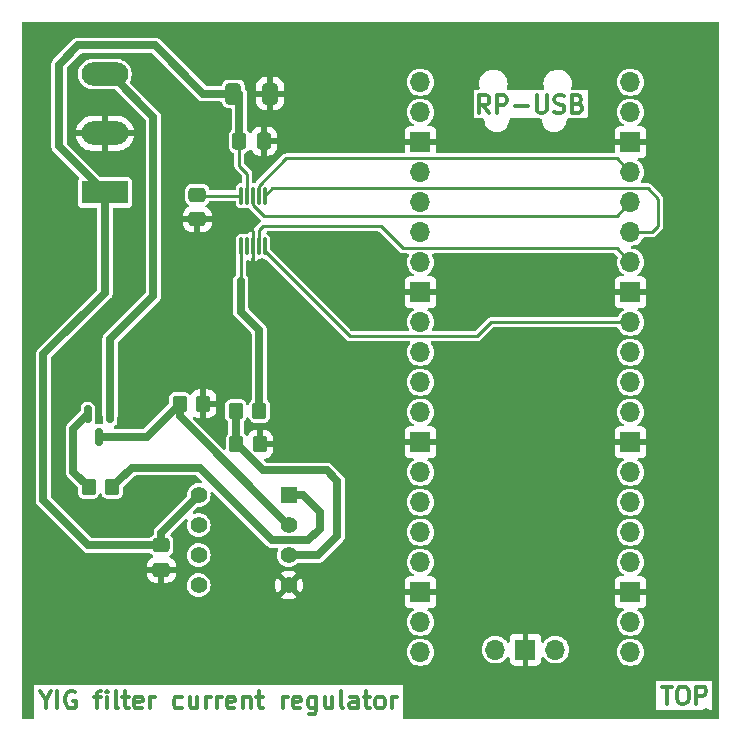
<source format=gbr>
%TF.GenerationSoftware,KiCad,Pcbnew,8.0.0-rc1-6-gb7460f29b4*%
%TF.CreationDate,2025-03-10T16:23:27+01:00*%
%TF.ProjectId,yig_current_regulator,7969675f-6375-4727-9265-6e745f726567,rev?*%
%TF.SameCoordinates,Original*%
%TF.FileFunction,Copper,L1,Top*%
%TF.FilePolarity,Positive*%
%FSLAX46Y46*%
G04 Gerber Fmt 4.6, Leading zero omitted, Abs format (unit mm)*
G04 Created by KiCad (PCBNEW 8.0.0-rc1-6-gb7460f29b4) date 2025-03-10 16:23:27*
%MOMM*%
%LPD*%
G01*
G04 APERTURE LIST*
G04 Aperture macros list*
%AMRoundRect*
0 Rectangle with rounded corners*
0 $1 Rounding radius*
0 $2 $3 $4 $5 $6 $7 $8 $9 X,Y pos of 4 corners*
0 Add a 4 corners polygon primitive as box body*
4,1,4,$2,$3,$4,$5,$6,$7,$8,$9,$2,$3,0*
0 Add four circle primitives for the rounded corners*
1,1,$1+$1,$2,$3*
1,1,$1+$1,$4,$5*
1,1,$1+$1,$6,$7*
1,1,$1+$1,$8,$9*
0 Add four rect primitives between the rounded corners*
20,1,$1+$1,$2,$3,$4,$5,0*
20,1,$1+$1,$4,$5,$6,$7,0*
20,1,$1+$1,$6,$7,$8,$9,0*
20,1,$1+$1,$8,$9,$2,$3,0*%
G04 Aperture macros list end*
%ADD10C,0.300000*%
%TA.AperFunction,NonConductor*%
%ADD11C,0.300000*%
%TD*%
%TA.AperFunction,SMDPad,CuDef*%
%ADD12RoundRect,0.035000X0.105000X-0.700000X0.105000X0.700000X-0.105000X0.700000X-0.105000X-0.700000X0*%
%TD*%
%TA.AperFunction,SMDPad,CuDef*%
%ADD13RoundRect,0.250000X0.350000X0.450000X-0.350000X0.450000X-0.350000X-0.450000X0.350000X-0.450000X0*%
%TD*%
%TA.AperFunction,SMDPad,CuDef*%
%ADD14RoundRect,0.150000X-0.150000X0.587500X-0.150000X-0.587500X0.150000X-0.587500X0.150000X0.587500X0*%
%TD*%
%TA.AperFunction,SMDPad,CuDef*%
%ADD15RoundRect,0.250000X-0.475000X0.337500X-0.475000X-0.337500X0.475000X-0.337500X0.475000X0.337500X0*%
%TD*%
%TA.AperFunction,SMDPad,CuDef*%
%ADD16RoundRect,0.250000X-0.412500X-0.650000X0.412500X-0.650000X0.412500X0.650000X-0.412500X0.650000X0*%
%TD*%
%TA.AperFunction,SMDPad,CuDef*%
%ADD17RoundRect,0.250000X-0.350000X-0.450000X0.350000X-0.450000X0.350000X0.450000X-0.350000X0.450000X0*%
%TD*%
%TA.AperFunction,SMDPad,CuDef*%
%ADD18RoundRect,0.250000X-0.337500X-0.475000X0.337500X-0.475000X0.337500X0.475000X-0.337500X0.475000X0*%
%TD*%
%TA.AperFunction,ComponentPad*%
%ADD19R,1.397000X1.397000*%
%TD*%
%TA.AperFunction,ComponentPad*%
%ADD20C,1.397000*%
%TD*%
%TA.AperFunction,ComponentPad*%
%ADD21O,1.700000X1.700000*%
%TD*%
%TA.AperFunction,ComponentPad*%
%ADD22R,1.700000X1.700000*%
%TD*%
%TA.AperFunction,ComponentPad*%
%ADD23R,3.960000X1.980000*%
%TD*%
%TA.AperFunction,ComponentPad*%
%ADD24O,3.960000X1.980000*%
%TD*%
%TA.AperFunction,ViaPad*%
%ADD25C,0.800000*%
%TD*%
%TA.AperFunction,Conductor*%
%ADD26C,0.250000*%
%TD*%
%TA.AperFunction,Conductor*%
%ADD27C,0.700000*%
%TD*%
G04 APERTURE END LIST*
D10*
D11*
X86806453Y-56468228D02*
X86306453Y-55753942D01*
X85949310Y-56468228D02*
X85949310Y-54968228D01*
X85949310Y-54968228D02*
X86520739Y-54968228D01*
X86520739Y-54968228D02*
X86663596Y-55039657D01*
X86663596Y-55039657D02*
X86735025Y-55111085D01*
X86735025Y-55111085D02*
X86806453Y-55253942D01*
X86806453Y-55253942D02*
X86806453Y-55468228D01*
X86806453Y-55468228D02*
X86735025Y-55611085D01*
X86735025Y-55611085D02*
X86663596Y-55682514D01*
X86663596Y-55682514D02*
X86520739Y-55753942D01*
X86520739Y-55753942D02*
X85949310Y-55753942D01*
X87449310Y-56468228D02*
X87449310Y-54968228D01*
X87449310Y-54968228D02*
X88020739Y-54968228D01*
X88020739Y-54968228D02*
X88163596Y-55039657D01*
X88163596Y-55039657D02*
X88235025Y-55111085D01*
X88235025Y-55111085D02*
X88306453Y-55253942D01*
X88306453Y-55253942D02*
X88306453Y-55468228D01*
X88306453Y-55468228D02*
X88235025Y-55611085D01*
X88235025Y-55611085D02*
X88163596Y-55682514D01*
X88163596Y-55682514D02*
X88020739Y-55753942D01*
X88020739Y-55753942D02*
X87449310Y-55753942D01*
X88949310Y-55896800D02*
X90092168Y-55896800D01*
X90806453Y-54968228D02*
X90806453Y-56182514D01*
X90806453Y-56182514D02*
X90877882Y-56325371D01*
X90877882Y-56325371D02*
X90949311Y-56396800D01*
X90949311Y-56396800D02*
X91092168Y-56468228D01*
X91092168Y-56468228D02*
X91377882Y-56468228D01*
X91377882Y-56468228D02*
X91520739Y-56396800D01*
X91520739Y-56396800D02*
X91592168Y-56325371D01*
X91592168Y-56325371D02*
X91663596Y-56182514D01*
X91663596Y-56182514D02*
X91663596Y-54968228D01*
X92306454Y-56396800D02*
X92520740Y-56468228D01*
X92520740Y-56468228D02*
X92877882Y-56468228D01*
X92877882Y-56468228D02*
X93020740Y-56396800D01*
X93020740Y-56396800D02*
X93092168Y-56325371D01*
X93092168Y-56325371D02*
X93163597Y-56182514D01*
X93163597Y-56182514D02*
X93163597Y-56039657D01*
X93163597Y-56039657D02*
X93092168Y-55896800D01*
X93092168Y-55896800D02*
X93020740Y-55825371D01*
X93020740Y-55825371D02*
X92877882Y-55753942D01*
X92877882Y-55753942D02*
X92592168Y-55682514D01*
X92592168Y-55682514D02*
X92449311Y-55611085D01*
X92449311Y-55611085D02*
X92377882Y-55539657D01*
X92377882Y-55539657D02*
X92306454Y-55396800D01*
X92306454Y-55396800D02*
X92306454Y-55253942D01*
X92306454Y-55253942D02*
X92377882Y-55111085D01*
X92377882Y-55111085D02*
X92449311Y-55039657D01*
X92449311Y-55039657D02*
X92592168Y-54968228D01*
X92592168Y-54968228D02*
X92949311Y-54968228D01*
X92949311Y-54968228D02*
X93163597Y-55039657D01*
X94306453Y-55682514D02*
X94520739Y-55753942D01*
X94520739Y-55753942D02*
X94592168Y-55825371D01*
X94592168Y-55825371D02*
X94663596Y-55968228D01*
X94663596Y-55968228D02*
X94663596Y-56182514D01*
X94663596Y-56182514D02*
X94592168Y-56325371D01*
X94592168Y-56325371D02*
X94520739Y-56396800D01*
X94520739Y-56396800D02*
X94377882Y-56468228D01*
X94377882Y-56468228D02*
X93806453Y-56468228D01*
X93806453Y-56468228D02*
X93806453Y-54968228D01*
X93806453Y-54968228D02*
X94306453Y-54968228D01*
X94306453Y-54968228D02*
X94449311Y-55039657D01*
X94449311Y-55039657D02*
X94520739Y-55111085D01*
X94520739Y-55111085D02*
X94592168Y-55253942D01*
X94592168Y-55253942D02*
X94592168Y-55396800D01*
X94592168Y-55396800D02*
X94520739Y-55539657D01*
X94520739Y-55539657D02*
X94449311Y-55611085D01*
X94449311Y-55611085D02*
X94306453Y-55682514D01*
X94306453Y-55682514D02*
X93806453Y-55682514D01*
D10*
D11*
X101381425Y-105031628D02*
X102238568Y-105031628D01*
X101809996Y-106531628D02*
X101809996Y-105031628D01*
X103024282Y-105031628D02*
X103309996Y-105031628D01*
X103309996Y-105031628D02*
X103452853Y-105103057D01*
X103452853Y-105103057D02*
X103595710Y-105245914D01*
X103595710Y-105245914D02*
X103667139Y-105531628D01*
X103667139Y-105531628D02*
X103667139Y-106031628D01*
X103667139Y-106031628D02*
X103595710Y-106317342D01*
X103595710Y-106317342D02*
X103452853Y-106460200D01*
X103452853Y-106460200D02*
X103309996Y-106531628D01*
X103309996Y-106531628D02*
X103024282Y-106531628D01*
X103024282Y-106531628D02*
X102881425Y-106460200D01*
X102881425Y-106460200D02*
X102738567Y-106317342D01*
X102738567Y-106317342D02*
X102667139Y-106031628D01*
X102667139Y-106031628D02*
X102667139Y-105531628D01*
X102667139Y-105531628D02*
X102738567Y-105245914D01*
X102738567Y-105245914D02*
X102881425Y-105103057D01*
X102881425Y-105103057D02*
X103024282Y-105031628D01*
X104309996Y-106531628D02*
X104309996Y-105031628D01*
X104309996Y-105031628D02*
X104881425Y-105031628D01*
X104881425Y-105031628D02*
X105024282Y-105103057D01*
X105024282Y-105103057D02*
X105095711Y-105174485D01*
X105095711Y-105174485D02*
X105167139Y-105317342D01*
X105167139Y-105317342D02*
X105167139Y-105531628D01*
X105167139Y-105531628D02*
X105095711Y-105674485D01*
X105095711Y-105674485D02*
X105024282Y-105745914D01*
X105024282Y-105745914D02*
X104881425Y-105817342D01*
X104881425Y-105817342D02*
X104309996Y-105817342D01*
D10*
D11*
X49227225Y-106172942D02*
X49227225Y-106887228D01*
X48727225Y-105387228D02*
X49227225Y-106172942D01*
X49227225Y-106172942D02*
X49727225Y-105387228D01*
X50227224Y-106887228D02*
X50227224Y-105387228D01*
X51727225Y-105458657D02*
X51584368Y-105387228D01*
X51584368Y-105387228D02*
X51370082Y-105387228D01*
X51370082Y-105387228D02*
X51155796Y-105458657D01*
X51155796Y-105458657D02*
X51012939Y-105601514D01*
X51012939Y-105601514D02*
X50941510Y-105744371D01*
X50941510Y-105744371D02*
X50870082Y-106030085D01*
X50870082Y-106030085D02*
X50870082Y-106244371D01*
X50870082Y-106244371D02*
X50941510Y-106530085D01*
X50941510Y-106530085D02*
X51012939Y-106672942D01*
X51012939Y-106672942D02*
X51155796Y-106815800D01*
X51155796Y-106815800D02*
X51370082Y-106887228D01*
X51370082Y-106887228D02*
X51512939Y-106887228D01*
X51512939Y-106887228D02*
X51727225Y-106815800D01*
X51727225Y-106815800D02*
X51798653Y-106744371D01*
X51798653Y-106744371D02*
X51798653Y-106244371D01*
X51798653Y-106244371D02*
X51512939Y-106244371D01*
X53370082Y-105887228D02*
X53941510Y-105887228D01*
X53584367Y-106887228D02*
X53584367Y-105601514D01*
X53584367Y-105601514D02*
X53655796Y-105458657D01*
X53655796Y-105458657D02*
X53798653Y-105387228D01*
X53798653Y-105387228D02*
X53941510Y-105387228D01*
X54441510Y-106887228D02*
X54441510Y-105887228D01*
X54441510Y-105387228D02*
X54370082Y-105458657D01*
X54370082Y-105458657D02*
X54441510Y-105530085D01*
X54441510Y-105530085D02*
X54512939Y-105458657D01*
X54512939Y-105458657D02*
X54441510Y-105387228D01*
X54441510Y-105387228D02*
X54441510Y-105530085D01*
X55370082Y-106887228D02*
X55227225Y-106815800D01*
X55227225Y-106815800D02*
X55155796Y-106672942D01*
X55155796Y-106672942D02*
X55155796Y-105387228D01*
X55727225Y-105887228D02*
X56298653Y-105887228D01*
X55941510Y-105387228D02*
X55941510Y-106672942D01*
X55941510Y-106672942D02*
X56012939Y-106815800D01*
X56012939Y-106815800D02*
X56155796Y-106887228D01*
X56155796Y-106887228D02*
X56298653Y-106887228D01*
X57370082Y-106815800D02*
X57227225Y-106887228D01*
X57227225Y-106887228D02*
X56941511Y-106887228D01*
X56941511Y-106887228D02*
X56798653Y-106815800D01*
X56798653Y-106815800D02*
X56727225Y-106672942D01*
X56727225Y-106672942D02*
X56727225Y-106101514D01*
X56727225Y-106101514D02*
X56798653Y-105958657D01*
X56798653Y-105958657D02*
X56941511Y-105887228D01*
X56941511Y-105887228D02*
X57227225Y-105887228D01*
X57227225Y-105887228D02*
X57370082Y-105958657D01*
X57370082Y-105958657D02*
X57441511Y-106101514D01*
X57441511Y-106101514D02*
X57441511Y-106244371D01*
X57441511Y-106244371D02*
X56727225Y-106387228D01*
X58084367Y-106887228D02*
X58084367Y-105887228D01*
X58084367Y-106172942D02*
X58155796Y-106030085D01*
X58155796Y-106030085D02*
X58227225Y-105958657D01*
X58227225Y-105958657D02*
X58370082Y-105887228D01*
X58370082Y-105887228D02*
X58512939Y-105887228D01*
X60798653Y-106815800D02*
X60655795Y-106887228D01*
X60655795Y-106887228D02*
X60370081Y-106887228D01*
X60370081Y-106887228D02*
X60227224Y-106815800D01*
X60227224Y-106815800D02*
X60155795Y-106744371D01*
X60155795Y-106744371D02*
X60084367Y-106601514D01*
X60084367Y-106601514D02*
X60084367Y-106172942D01*
X60084367Y-106172942D02*
X60155795Y-106030085D01*
X60155795Y-106030085D02*
X60227224Y-105958657D01*
X60227224Y-105958657D02*
X60370081Y-105887228D01*
X60370081Y-105887228D02*
X60655795Y-105887228D01*
X60655795Y-105887228D02*
X60798653Y-105958657D01*
X62084367Y-105887228D02*
X62084367Y-106887228D01*
X61441509Y-105887228D02*
X61441509Y-106672942D01*
X61441509Y-106672942D02*
X61512938Y-106815800D01*
X61512938Y-106815800D02*
X61655795Y-106887228D01*
X61655795Y-106887228D02*
X61870081Y-106887228D01*
X61870081Y-106887228D02*
X62012938Y-106815800D01*
X62012938Y-106815800D02*
X62084367Y-106744371D01*
X62798652Y-106887228D02*
X62798652Y-105887228D01*
X62798652Y-106172942D02*
X62870081Y-106030085D01*
X62870081Y-106030085D02*
X62941510Y-105958657D01*
X62941510Y-105958657D02*
X63084367Y-105887228D01*
X63084367Y-105887228D02*
X63227224Y-105887228D01*
X63727223Y-106887228D02*
X63727223Y-105887228D01*
X63727223Y-106172942D02*
X63798652Y-106030085D01*
X63798652Y-106030085D02*
X63870081Y-105958657D01*
X63870081Y-105958657D02*
X64012938Y-105887228D01*
X64012938Y-105887228D02*
X64155795Y-105887228D01*
X65227223Y-106815800D02*
X65084366Y-106887228D01*
X65084366Y-106887228D02*
X64798652Y-106887228D01*
X64798652Y-106887228D02*
X64655794Y-106815800D01*
X64655794Y-106815800D02*
X64584366Y-106672942D01*
X64584366Y-106672942D02*
X64584366Y-106101514D01*
X64584366Y-106101514D02*
X64655794Y-105958657D01*
X64655794Y-105958657D02*
X64798652Y-105887228D01*
X64798652Y-105887228D02*
X65084366Y-105887228D01*
X65084366Y-105887228D02*
X65227223Y-105958657D01*
X65227223Y-105958657D02*
X65298652Y-106101514D01*
X65298652Y-106101514D02*
X65298652Y-106244371D01*
X65298652Y-106244371D02*
X64584366Y-106387228D01*
X65941508Y-105887228D02*
X65941508Y-106887228D01*
X65941508Y-106030085D02*
X66012937Y-105958657D01*
X66012937Y-105958657D02*
X66155794Y-105887228D01*
X66155794Y-105887228D02*
X66370080Y-105887228D01*
X66370080Y-105887228D02*
X66512937Y-105958657D01*
X66512937Y-105958657D02*
X66584366Y-106101514D01*
X66584366Y-106101514D02*
X66584366Y-106887228D01*
X67084366Y-105887228D02*
X67655794Y-105887228D01*
X67298651Y-105387228D02*
X67298651Y-106672942D01*
X67298651Y-106672942D02*
X67370080Y-106815800D01*
X67370080Y-106815800D02*
X67512937Y-106887228D01*
X67512937Y-106887228D02*
X67655794Y-106887228D01*
X69298651Y-106887228D02*
X69298651Y-105887228D01*
X69298651Y-106172942D02*
X69370080Y-106030085D01*
X69370080Y-106030085D02*
X69441509Y-105958657D01*
X69441509Y-105958657D02*
X69584366Y-105887228D01*
X69584366Y-105887228D02*
X69727223Y-105887228D01*
X70798651Y-106815800D02*
X70655794Y-106887228D01*
X70655794Y-106887228D02*
X70370080Y-106887228D01*
X70370080Y-106887228D02*
X70227222Y-106815800D01*
X70227222Y-106815800D02*
X70155794Y-106672942D01*
X70155794Y-106672942D02*
X70155794Y-106101514D01*
X70155794Y-106101514D02*
X70227222Y-105958657D01*
X70227222Y-105958657D02*
X70370080Y-105887228D01*
X70370080Y-105887228D02*
X70655794Y-105887228D01*
X70655794Y-105887228D02*
X70798651Y-105958657D01*
X70798651Y-105958657D02*
X70870080Y-106101514D01*
X70870080Y-106101514D02*
X70870080Y-106244371D01*
X70870080Y-106244371D02*
X70155794Y-106387228D01*
X72155794Y-105887228D02*
X72155794Y-107101514D01*
X72155794Y-107101514D02*
X72084365Y-107244371D01*
X72084365Y-107244371D02*
X72012936Y-107315800D01*
X72012936Y-107315800D02*
X71870079Y-107387228D01*
X71870079Y-107387228D02*
X71655794Y-107387228D01*
X71655794Y-107387228D02*
X71512936Y-107315800D01*
X72155794Y-106815800D02*
X72012936Y-106887228D01*
X72012936Y-106887228D02*
X71727222Y-106887228D01*
X71727222Y-106887228D02*
X71584365Y-106815800D01*
X71584365Y-106815800D02*
X71512936Y-106744371D01*
X71512936Y-106744371D02*
X71441508Y-106601514D01*
X71441508Y-106601514D02*
X71441508Y-106172942D01*
X71441508Y-106172942D02*
X71512936Y-106030085D01*
X71512936Y-106030085D02*
X71584365Y-105958657D01*
X71584365Y-105958657D02*
X71727222Y-105887228D01*
X71727222Y-105887228D02*
X72012936Y-105887228D01*
X72012936Y-105887228D02*
X72155794Y-105958657D01*
X73512937Y-105887228D02*
X73512937Y-106887228D01*
X72870079Y-105887228D02*
X72870079Y-106672942D01*
X72870079Y-106672942D02*
X72941508Y-106815800D01*
X72941508Y-106815800D02*
X73084365Y-106887228D01*
X73084365Y-106887228D02*
X73298651Y-106887228D01*
X73298651Y-106887228D02*
X73441508Y-106815800D01*
X73441508Y-106815800D02*
X73512937Y-106744371D01*
X74441508Y-106887228D02*
X74298651Y-106815800D01*
X74298651Y-106815800D02*
X74227222Y-106672942D01*
X74227222Y-106672942D02*
X74227222Y-105387228D01*
X75655794Y-106887228D02*
X75655794Y-106101514D01*
X75655794Y-106101514D02*
X75584365Y-105958657D01*
X75584365Y-105958657D02*
X75441508Y-105887228D01*
X75441508Y-105887228D02*
X75155794Y-105887228D01*
X75155794Y-105887228D02*
X75012936Y-105958657D01*
X75655794Y-106815800D02*
X75512936Y-106887228D01*
X75512936Y-106887228D02*
X75155794Y-106887228D01*
X75155794Y-106887228D02*
X75012936Y-106815800D01*
X75012936Y-106815800D02*
X74941508Y-106672942D01*
X74941508Y-106672942D02*
X74941508Y-106530085D01*
X74941508Y-106530085D02*
X75012936Y-106387228D01*
X75012936Y-106387228D02*
X75155794Y-106315800D01*
X75155794Y-106315800D02*
X75512936Y-106315800D01*
X75512936Y-106315800D02*
X75655794Y-106244371D01*
X76155794Y-105887228D02*
X76727222Y-105887228D01*
X76370079Y-105387228D02*
X76370079Y-106672942D01*
X76370079Y-106672942D02*
X76441508Y-106815800D01*
X76441508Y-106815800D02*
X76584365Y-106887228D01*
X76584365Y-106887228D02*
X76727222Y-106887228D01*
X77441508Y-106887228D02*
X77298651Y-106815800D01*
X77298651Y-106815800D02*
X77227222Y-106744371D01*
X77227222Y-106744371D02*
X77155794Y-106601514D01*
X77155794Y-106601514D02*
X77155794Y-106172942D01*
X77155794Y-106172942D02*
X77227222Y-106030085D01*
X77227222Y-106030085D02*
X77298651Y-105958657D01*
X77298651Y-105958657D02*
X77441508Y-105887228D01*
X77441508Y-105887228D02*
X77655794Y-105887228D01*
X77655794Y-105887228D02*
X77798651Y-105958657D01*
X77798651Y-105958657D02*
X77870080Y-106030085D01*
X77870080Y-106030085D02*
X77941508Y-106172942D01*
X77941508Y-106172942D02*
X77941508Y-106601514D01*
X77941508Y-106601514D02*
X77870080Y-106744371D01*
X77870080Y-106744371D02*
X77798651Y-106815800D01*
X77798651Y-106815800D02*
X77655794Y-106887228D01*
X77655794Y-106887228D02*
X77441508Y-106887228D01*
X78584365Y-106887228D02*
X78584365Y-105887228D01*
X78584365Y-106172942D02*
X78655794Y-106030085D01*
X78655794Y-106030085D02*
X78727223Y-105958657D01*
X78727223Y-105958657D02*
X78870080Y-105887228D01*
X78870080Y-105887228D02*
X79012937Y-105887228D01*
D12*
%TO.P,IC1,1,VOUTA*%
%TO.N,/VoutA*%
X65802000Y-67758200D03*
%TO.P,IC1,2,VOUTB*%
%TO.N,/VoutB*%
X66302000Y-67758200D03*
%TO.P,IC1,3,GND*%
%TO.N,GND*%
X66802000Y-67758200D03*
%TO.P,IC1,4,~{LDAC}*%
%TO.N,/{slash}LDAC*%
X67302000Y-67758200D03*
%TO.P,IC1,5,~{CLR}*%
%TO.N,/{slash}CLR*%
X67802000Y-67758200D03*
%TO.P,IC1,6,~{SYNC}*%
%TO.N,/{slash}SYNC*%
X67802000Y-63458200D03*
%TO.P,IC1,7,SCLK*%
%TO.N,/SCLK*%
X67302000Y-63458200D03*
%TO.P,IC1,8,DIN*%
%TO.N,/DIN*%
X66802000Y-63458200D03*
%TO.P,IC1,9,AVDD*%
%TO.N,/Vdd*%
X66302000Y-63458200D03*
%TO.P,IC1,10,VREFIN/VREFOUT*%
%TO.N,/Vref*%
X65802000Y-63458200D03*
%TD*%
D13*
%TO.P,R2,1*%
%TO.N,GND*%
X62595000Y-81076800D03*
%TO.P,R2,2*%
%TO.N,Net-(Q1-E)*%
X60595000Y-81076800D03*
%TD*%
%TO.P,R1,1*%
%TO.N,Net-(U2-OUTA)*%
X54877300Y-88138000D03*
%TO.P,R1,2*%
%TO.N,Net-(Q1-B)*%
X52877300Y-88138000D03*
%TD*%
D14*
%TO.P,Q1,1,C*%
%TO.N,/YIG_TUNE_NEG*%
X54696400Y-81993500D03*
%TO.P,Q1,2,B*%
%TO.N,Net-(Q1-B)*%
X52796400Y-81993500D03*
%TO.P,Q1,3,E*%
%TO.N,Net-(Q1-E)*%
X53746400Y-83868500D03*
%TD*%
D13*
%TO.P,R4,1*%
%TO.N,GND*%
X67395600Y-84531200D03*
%TO.P,R4,2*%
%TO.N,Net-(U2-+INA)*%
X65395600Y-84531200D03*
%TD*%
D15*
%TO.P,C2,1*%
%TO.N,/Vdd*%
X59029600Y-93069500D03*
%TO.P,C2,2*%
%TO.N,GND*%
X59029600Y-95144500D03*
%TD*%
D16*
%TO.P,C3,1*%
%TO.N,/Vdd*%
X65112500Y-54838600D03*
%TO.P,C3,2*%
%TO.N,GND*%
X68237500Y-54838600D03*
%TD*%
D17*
%TO.P,R3,1*%
%TO.N,Net-(U2-+INA)*%
X65344800Y-81686400D03*
%TO.P,R3,2*%
%TO.N,/VoutA*%
X67344800Y-81686400D03*
%TD*%
D15*
%TO.P,C1,1*%
%TO.N,/Vref*%
X62077600Y-63402300D03*
%TO.P,C1,2*%
%TO.N,GND*%
X62077600Y-65477300D03*
%TD*%
D18*
%TO.P,C4,1*%
%TO.N,/Vdd*%
X65633600Y-58851800D03*
%TO.P,C4,2*%
%TO.N,GND*%
X67708600Y-58851800D03*
%TD*%
D19*
%TO.P,U2,1,OUTA*%
%TO.N,Net-(U2-OUTA)*%
X69824600Y-88823800D03*
D20*
%TO.P,U2,2,-INA*%
%TO.N,Net-(Q1-E)*%
X69824600Y-91363800D03*
%TO.P,U2,3,+INA*%
%TO.N,Net-(U2-+INA)*%
X69824600Y-93903800D03*
%TO.P,U2,4,V-*%
%TO.N,GND*%
X69824600Y-96443800D03*
%TO.P,U2,5,+INB*%
%TO.N,unconnected-(U2-+INB-Pad5)*%
X62204600Y-96443800D03*
%TO.P,U2,6,-INB*%
%TO.N,unconnected-(U2--INB-Pad6)*%
X62204600Y-93903800D03*
%TO.P,U2,7,OUTB*%
%TO.N,unconnected-(U2-OUTB-Pad7)*%
X62204600Y-91363800D03*
%TO.P,U2,8,V+*%
%TO.N,/Vdd*%
X62204600Y-88823800D03*
%TD*%
D21*
%TO.P,U1,1,GPIO0*%
%TO.N,unconnected-(U1-GPIO0-Pad1)_0*%
X98755200Y-53873400D03*
%TO.P,U1,2,GPIO1*%
%TO.N,unconnected-(U1-GPIO1-Pad2)*%
X98755200Y-56413400D03*
D22*
%TO.P,U1,3,GND*%
%TO.N,GND*%
X98755200Y-58953400D03*
D21*
%TO.P,U1,4,GPIO2*%
%TO.N,/SCLK*%
X98755200Y-61493400D03*
%TO.P,U1,5,GPIO3*%
%TO.N,/DIN*%
X98755200Y-64033400D03*
%TO.P,U1,6,GPIO4*%
%TO.N,/{slash}SYNC*%
X98755200Y-66573400D03*
%TO.P,U1,7,GPIO5*%
%TO.N,/{slash}LDAC*%
X98755200Y-69113400D03*
D22*
%TO.P,U1,8,GND*%
%TO.N,GND*%
X98755200Y-71653400D03*
D21*
%TO.P,U1,9,GPIO6*%
%TO.N,/{slash}CLR*%
X98755200Y-74193400D03*
%TO.P,U1,10,GPIO7*%
%TO.N,unconnected-(U1-GPIO7-Pad10)*%
X98755200Y-76733400D03*
%TO.P,U1,11,GPIO8*%
%TO.N,unconnected-(U1-GPIO8-Pad11)*%
X98755200Y-79273400D03*
%TO.P,U1,12,GPIO9*%
%TO.N,unconnected-(U1-GPIO9-Pad12)*%
X98755200Y-81813400D03*
D22*
%TO.P,U1,13,GND*%
%TO.N,GND*%
X98755200Y-84353400D03*
D21*
%TO.P,U1,14,GPIO10*%
%TO.N,unconnected-(U1-GPIO10-Pad14)_0*%
X98755200Y-86893400D03*
%TO.P,U1,15,GPIO11*%
%TO.N,unconnected-(U1-GPIO11-Pad15)*%
X98755200Y-89433400D03*
%TO.P,U1,16,GPIO12*%
%TO.N,unconnected-(U1-GPIO12-Pad16)*%
X98755200Y-91973400D03*
%TO.P,U1,17,GPIO13*%
%TO.N,unconnected-(U1-GPIO13-Pad17)_0*%
X98755200Y-94513400D03*
D22*
%TO.P,U1,18,GND*%
%TO.N,GND*%
X98755200Y-97053400D03*
D21*
%TO.P,U1,19,GPIO14*%
%TO.N,unconnected-(U1-GPIO14-Pad19)*%
X98755200Y-99593400D03*
%TO.P,U1,20,GPIO15*%
%TO.N,unconnected-(U1-GPIO15-Pad20)*%
X98755200Y-102133400D03*
%TO.P,U1,21,GPIO16*%
%TO.N,unconnected-(U1-GPIO16-Pad21)_0*%
X80975200Y-102133400D03*
%TO.P,U1,22,GPIO17*%
%TO.N,unconnected-(U1-GPIO17-Pad22)_0*%
X80975200Y-99593400D03*
D22*
%TO.P,U1,23,GND*%
%TO.N,GND*%
X80975200Y-97053400D03*
D21*
%TO.P,U1,24,GPIO18*%
%TO.N,unconnected-(U1-GPIO18-Pad24)*%
X80975200Y-94513400D03*
%TO.P,U1,25,GPIO19*%
%TO.N,unconnected-(U1-GPIO19-Pad25)*%
X80975200Y-91973400D03*
%TO.P,U1,26,GPIO20*%
%TO.N,unconnected-(U1-GPIO20-Pad26)*%
X80975200Y-89433400D03*
%TO.P,U1,27,GPIO21*%
%TO.N,unconnected-(U1-GPIO21-Pad27)*%
X80975200Y-86893400D03*
D22*
%TO.P,U1,28,GND*%
%TO.N,GND*%
X80975200Y-84353400D03*
D21*
%TO.P,U1,29,GPIO22*%
%TO.N,unconnected-(U1-GPIO22-Pad29)_0*%
X80975200Y-81813400D03*
%TO.P,U1,30,RUN*%
%TO.N,unconnected-(U1-RUN-Pad30)*%
X80975200Y-79273400D03*
%TO.P,U1,31,GPIO26_ADC0*%
%TO.N,unconnected-(U1-GPIO26_ADC0-Pad31)*%
X80975200Y-76733400D03*
%TO.P,U1,32,GPIO27_ADC1*%
%TO.N,unconnected-(U1-GPIO27_ADC1-Pad32)_0*%
X80975200Y-74193400D03*
D22*
%TO.P,U1,33,AGND*%
%TO.N,GND*%
X80975200Y-71653400D03*
D21*
%TO.P,U1,34,GPIO28_ADC2*%
%TO.N,unconnected-(U1-GPIO28_ADC2-Pad34)_0*%
X80975200Y-69113400D03*
%TO.P,U1,35,ADC_VREF*%
%TO.N,unconnected-(U1-ADC_VREF-Pad35)_0*%
X80975200Y-66573400D03*
%TO.P,U1,36,3V3*%
%TO.N,unconnected-(U1-3V3-Pad36)_0*%
X80975200Y-64033400D03*
%TO.P,U1,37,3V3_EN*%
%TO.N,unconnected-(U1-3V3_EN-Pad37)*%
X80975200Y-61493400D03*
D22*
%TO.P,U1,38,GND*%
%TO.N,GND*%
X80975200Y-58953400D03*
D21*
%TO.P,U1,39,VSYS*%
%TO.N,unconnected-(U1-VSYS-Pad39)_0*%
X80975200Y-56413400D03*
%TO.P,U1,40,VBUS*%
%TO.N,unconnected-(U1-VBUS-Pad40)_0*%
X80975200Y-53873400D03*
%TO.P,U1,41,SWCLK*%
%TO.N,unconnected-(U1-SWCLK-Pad41)*%
X92405200Y-101903400D03*
D22*
%TO.P,U1,42,GND*%
%TO.N,GND*%
X89865200Y-101903400D03*
D21*
%TO.P,U1,43,SWDIO*%
%TO.N,unconnected-(U1-SWDIO-Pad43)_0*%
X87325200Y-101903400D03*
%TD*%
D23*
%TO.P,J1,1,Pin_1*%
%TO.N,/Vdd*%
X54254400Y-63187600D03*
D24*
%TO.P,J1,2,Pin_2*%
%TO.N,GND*%
X54254400Y-58187600D03*
%TO.P,J1,3,Pin_3*%
%TO.N,/YIG_TUNE_NEG*%
X54254400Y-53187600D03*
%TD*%
D25*
%TO.N,GND*%
X105161200Y-107244000D03*
X105161200Y-102244000D03*
X105161200Y-97244000D03*
X105161200Y-92244000D03*
X105161200Y-87244000D03*
X105161200Y-82244000D03*
X105161200Y-77244000D03*
X105161200Y-72244000D03*
X105161200Y-67244000D03*
X105161200Y-62244000D03*
X105161200Y-57244000D03*
X105161200Y-52244000D03*
X100161200Y-107244000D03*
X95161200Y-107244000D03*
X95161200Y-102244000D03*
X95161200Y-97244000D03*
X95161200Y-92244000D03*
X95161200Y-87244000D03*
X95161200Y-82244000D03*
X95161200Y-77244000D03*
X95161200Y-72244000D03*
X95161200Y-57244000D03*
X95161200Y-52244000D03*
X90161200Y-107244000D03*
X90161200Y-97244000D03*
X90161200Y-92244000D03*
X90161200Y-87244000D03*
X90161200Y-82244000D03*
X90161200Y-77244000D03*
X90161200Y-72244000D03*
X90161200Y-52244000D03*
X85161200Y-107244000D03*
X85161200Y-97244000D03*
X85161200Y-92244000D03*
X85161200Y-87244000D03*
X85161200Y-82244000D03*
X85161200Y-77244000D03*
X85161200Y-72244000D03*
X85161200Y-57244000D03*
X80161200Y-107244000D03*
X75161200Y-102244000D03*
X75161200Y-97244000D03*
X75161200Y-82244000D03*
X75161200Y-77244000D03*
X75161200Y-57244000D03*
X75161200Y-52244000D03*
X70161200Y-102244000D03*
X70161200Y-82244000D03*
X70161200Y-77244000D03*
X70161200Y-57244000D03*
X70161200Y-52244000D03*
X65161200Y-102244000D03*
X65161200Y-97244000D03*
X65161200Y-77244000D03*
X65161200Y-52244000D03*
X60161200Y-102244000D03*
X60161200Y-77244000D03*
X60161200Y-72244000D03*
X60161200Y-57244000D03*
X55161200Y-102244000D03*
X55161200Y-97244000D03*
X50161200Y-102244000D03*
X50161200Y-97244000D03*
X50161200Y-67244000D03*
%TD*%
D26*
%TO.N,GND*%
X66802000Y-68986400D02*
X66802000Y-70154800D01*
X65807500Y-65477300D02*
X62077600Y-65477300D01*
X66802000Y-70154800D02*
X67640200Y-70993000D01*
X66802000Y-66471800D02*
X66802000Y-68986400D01*
X66802000Y-67758200D02*
X66802000Y-66471800D01*
X66802000Y-66471800D02*
X65807500Y-65477300D01*
%TO.N,/Vref*%
X62133500Y-63458200D02*
X62077600Y-63402300D01*
X65802000Y-63458200D02*
X62133500Y-63458200D01*
D27*
%TO.N,Net-(U2-OUTA)*%
X71018400Y-88823800D02*
X69824600Y-88823800D01*
X68423700Y-92655300D02*
X71479500Y-92655300D01*
X55440000Y-87575300D02*
X55477500Y-87575300D01*
X72440800Y-90246200D02*
X71018400Y-88823800D01*
X55477500Y-87575300D02*
X56540400Y-86512400D01*
X54877300Y-88138000D02*
X55440000Y-87575300D01*
X71479500Y-92655300D02*
X72440800Y-91694000D01*
X62280800Y-86512400D02*
X68423700Y-92655300D01*
X72440800Y-91694000D02*
X72440800Y-90246200D01*
X56540400Y-86512400D02*
X62280800Y-86512400D01*
%TO.N,/Vdd*%
X51993800Y-50749200D02*
X58514000Y-50749200D01*
X65637500Y-54838600D02*
X65637500Y-58847900D01*
X62603400Y-54838600D02*
X65112500Y-54838600D01*
X54254400Y-71704200D02*
X49047400Y-76911200D01*
X54254400Y-63187600D02*
X54254400Y-71704200D01*
D26*
X65633600Y-58851800D02*
X65633600Y-60934600D01*
D27*
X50368200Y-52374800D02*
X51993800Y-50749200D01*
D26*
X66294000Y-61595000D02*
X66294000Y-61747400D01*
D27*
X59029600Y-91998800D02*
X62204600Y-88823800D01*
X58514000Y-50749200D02*
X62603400Y-54838600D01*
X65637500Y-58847900D02*
X65633600Y-58851800D01*
D26*
X66302000Y-61755400D02*
X66302000Y-63458200D01*
D27*
X49047400Y-89255600D02*
X52861300Y-93069500D01*
X52861300Y-93069500D02*
X59029600Y-93069500D01*
X65535900Y-54737000D02*
X65637500Y-54838600D01*
D26*
X66294000Y-61747400D02*
X66302000Y-61755400D01*
D27*
X54254400Y-63187600D02*
X50368200Y-59301400D01*
X49047400Y-76911200D02*
X49047400Y-89255600D01*
X50368200Y-59301400D02*
X50368200Y-52374800D01*
D26*
X65633600Y-60934600D02*
X66294000Y-61595000D01*
D27*
X59029600Y-93069500D02*
X59029600Y-91998800D01*
D26*
%TO.N,/DIN*%
X97580200Y-65208400D02*
X67737112Y-65208400D01*
X98755200Y-64033400D02*
X97580200Y-65208400D01*
X67737112Y-65208400D02*
X66802000Y-64273288D01*
X66802000Y-64273288D02*
X66802000Y-63458200D01*
%TO.N,/{slash}SYNC*%
X100221800Y-62858400D02*
X101117400Y-63754000D01*
X100609400Y-66573400D02*
X98755200Y-66573400D01*
X68401800Y-62858400D02*
X100221800Y-62858400D01*
X101117400Y-63754000D02*
X101117400Y-66065400D01*
X101117400Y-66065400D02*
X100609400Y-66573400D01*
X67802000Y-63458200D02*
X68401800Y-62858400D01*
%TO.N,/SCLK*%
X67302000Y-62643112D02*
X67302000Y-63458200D01*
X69626712Y-60318400D02*
X67302000Y-62643112D01*
X97580200Y-60318400D02*
X69626712Y-60318400D01*
X98755200Y-61493400D02*
X97580200Y-60318400D01*
%TO.N,/{slash}CLR*%
X67802000Y-67758200D02*
X67802000Y-68183000D01*
X85769200Y-75368400D02*
X86944200Y-74193400D01*
X74987400Y-75368400D02*
X85769200Y-75368400D01*
X86944200Y-74193400D02*
X98755200Y-74193400D01*
X67802000Y-68183000D02*
X74987400Y-75368400D01*
%TO.N,/{slash}LDAC*%
X67640200Y-66065400D02*
X77647800Y-66065400D01*
X67302000Y-67758200D02*
X67302000Y-66403600D01*
X97580200Y-67938400D02*
X98755200Y-69113400D01*
X79520800Y-67938400D02*
X97580200Y-67938400D01*
X77647800Y-66065400D02*
X79520800Y-67938400D01*
X67302000Y-66403600D02*
X67640200Y-66065400D01*
D27*
%TO.N,/VoutA*%
X67344800Y-81686400D02*
X67344800Y-74863200D01*
D26*
X65760600Y-70662800D02*
X65802000Y-70621400D01*
D27*
X67344800Y-74863200D02*
X65760600Y-73279000D01*
D26*
X65802000Y-70621400D02*
X65802000Y-67758200D01*
D27*
X65760600Y-73279000D02*
X65760600Y-70662800D01*
%TO.N,/YIG_TUNE_NEG*%
X54762400Y-53187600D02*
X58343800Y-56769000D01*
X58343800Y-71978600D02*
X54696400Y-75626000D01*
X54254400Y-53187600D02*
X54762400Y-53187600D01*
X58343800Y-56769000D02*
X58343800Y-71978600D01*
X54696400Y-75626000D02*
X54696400Y-81993500D01*
%TO.N,Net-(Q1-E)*%
X53746400Y-83868500D02*
X57803300Y-83868500D01*
X69799200Y-91363800D02*
X69824600Y-91363800D01*
X60595000Y-81076800D02*
X60595000Y-82159600D01*
X60595000Y-82159600D02*
X69799200Y-91363800D01*
X57803300Y-83868500D02*
X60595000Y-81076800D01*
%TO.N,Net-(Q1-B)*%
X52796400Y-81993500D02*
X51587400Y-83202500D01*
X51587400Y-86848100D02*
X52877300Y-88138000D01*
X51587400Y-83202500D02*
X51587400Y-86848100D01*
%TO.N,Net-(U2-+INA)*%
X65344800Y-81686400D02*
X65344800Y-84480400D01*
X65344800Y-84480400D02*
X65395600Y-84531200D01*
X72288400Y-93903800D02*
X69824600Y-93903800D01*
X65395600Y-84531200D02*
X65457302Y-84531200D01*
X65457302Y-84531200D02*
X67641702Y-86715600D01*
X65395600Y-84531200D02*
X65395600Y-84648800D01*
X73939400Y-87630000D02*
X73939400Y-92252800D01*
X67641702Y-86715600D02*
X73025000Y-86715600D01*
X73025000Y-86715600D02*
X73939400Y-87630000D01*
X73939400Y-92252800D02*
X72288400Y-93903800D01*
%TD*%
%TA.AperFunction,Conductor*%
%TO.N,GND*%
G36*
X58260231Y-51419385D02*
G01*
X58280873Y-51436019D01*
X62188725Y-55343872D01*
X62188726Y-55343873D01*
X62188729Y-55343875D01*
X62188731Y-55343877D01*
X62295273Y-55415065D01*
X62413656Y-55464101D01*
X62413660Y-55464101D01*
X62413661Y-55464102D01*
X62539328Y-55489100D01*
X62539331Y-55489100D01*
X64034384Y-55489100D01*
X64101423Y-55508785D01*
X64147178Y-55561589D01*
X64157500Y-55598318D01*
X64160122Y-55620161D01*
X64215639Y-55760943D01*
X64307077Y-55881522D01*
X64427656Y-55972960D01*
X64427657Y-55972960D01*
X64427658Y-55972961D01*
X64568436Y-56028477D01*
X64656898Y-56039100D01*
X64863000Y-56039100D01*
X64930039Y-56058785D01*
X64975794Y-56111589D01*
X64987000Y-56163100D01*
X64987000Y-57858724D01*
X64967315Y-57925763D01*
X64937927Y-57957527D01*
X64903176Y-57983879D01*
X64903174Y-57983882D01*
X64811739Y-58104456D01*
X64756222Y-58245238D01*
X64755338Y-58252604D01*
X64745600Y-58333698D01*
X64745600Y-59369902D01*
X64746427Y-59376786D01*
X64756222Y-59458361D01*
X64756222Y-59458363D01*
X64756223Y-59458364D01*
X64758209Y-59463400D01*
X64811739Y-59599143D01*
X64903177Y-59719722D01*
X65023757Y-59811161D01*
X65047214Y-59820411D01*
X65129590Y-59852896D01*
X65184734Y-59895801D01*
X65207927Y-59961709D01*
X65208100Y-59968250D01*
X65208100Y-60990617D01*
X65237097Y-61098836D01*
X65237098Y-61098839D01*
X65255769Y-61131179D01*
X65293115Y-61195863D01*
X65293117Y-61195865D01*
X65833858Y-61736606D01*
X65866098Y-61795649D01*
X65866397Y-61795569D01*
X65866727Y-61796801D01*
X65867343Y-61797929D01*
X65867927Y-61801282D01*
X65872275Y-61817507D01*
X65876500Y-61849599D01*
X65876500Y-62298700D01*
X65856815Y-62365739D01*
X65804011Y-62411494D01*
X65752500Y-62422700D01*
X65657683Y-62422700D01*
X65608828Y-62429131D01*
X65501595Y-62479135D01*
X65417935Y-62562795D01*
X65367931Y-62670028D01*
X65361500Y-62718883D01*
X65361500Y-62908700D01*
X65341815Y-62975739D01*
X65289011Y-63021494D01*
X65237500Y-63032700D01*
X63214175Y-63032700D01*
X63147136Y-63013015D01*
X63101381Y-62960211D01*
X63093956Y-62939087D01*
X63092478Y-62933240D01*
X63092477Y-62933238D01*
X63092477Y-62933236D01*
X63036961Y-62792458D01*
X63036960Y-62792457D01*
X63036960Y-62792456D01*
X62945522Y-62671877D01*
X62824943Y-62580439D01*
X62684161Y-62524922D01*
X62638526Y-62519442D01*
X62595702Y-62514300D01*
X61559498Y-62514300D01*
X61520453Y-62518988D01*
X61471038Y-62524922D01*
X61330256Y-62580439D01*
X61209677Y-62671877D01*
X61118239Y-62792456D01*
X61062722Y-62933238D01*
X61057619Y-62975739D01*
X61052100Y-63021698D01*
X61052100Y-63782902D01*
X61056686Y-63821089D01*
X61062722Y-63871361D01*
X61118239Y-64012143D01*
X61209677Y-64132722D01*
X61337016Y-64229286D01*
X61335628Y-64231115D01*
X61375915Y-64272418D01*
X61389916Y-64340871D01*
X61364687Y-64406026D01*
X61308236Y-64447198D01*
X61305359Y-64448191D01*
X61283482Y-64455440D01*
X61283475Y-64455443D01*
X61134254Y-64547484D01*
X61010284Y-64671454D01*
X60918243Y-64820675D01*
X60918241Y-64820680D01*
X60863094Y-64987102D01*
X60863093Y-64987109D01*
X60852600Y-65089813D01*
X60852600Y-65227300D01*
X63302599Y-65227300D01*
X63302599Y-65089828D01*
X63302598Y-65089813D01*
X63292105Y-64987102D01*
X63236958Y-64820680D01*
X63236956Y-64820675D01*
X63144915Y-64671454D01*
X63020945Y-64547484D01*
X62871724Y-64455443D01*
X62871721Y-64455442D01*
X62849841Y-64448192D01*
X62792397Y-64408419D01*
X62765574Y-64343903D01*
X62777889Y-64275127D01*
X62819205Y-64230632D01*
X62818184Y-64229286D01*
X62945522Y-64132722D01*
X63036959Y-64012144D01*
X63036961Y-64012142D01*
X63056652Y-63962208D01*
X63099557Y-63907066D01*
X63165465Y-63883873D01*
X63172006Y-63883700D01*
X65237500Y-63883700D01*
X65304539Y-63903385D01*
X65350294Y-63956189D01*
X65361500Y-64007700D01*
X65361500Y-64197516D01*
X65367931Y-64246371D01*
X65367932Y-64246373D01*
X65417935Y-64353604D01*
X65501596Y-64437265D01*
X65608827Y-64487268D01*
X65657683Y-64493700D01*
X65657684Y-64493700D01*
X65946317Y-64493700D01*
X65958530Y-64492092D01*
X65995173Y-64487268D01*
X65999589Y-64485208D01*
X66068664Y-64474712D01*
X66104409Y-64485207D01*
X66108827Y-64487268D01*
X66119074Y-64488617D01*
X66157683Y-64493700D01*
X66157684Y-64493700D01*
X66369302Y-64493700D01*
X66436341Y-64513385D01*
X66456983Y-64530019D01*
X67437707Y-65510743D01*
X67471192Y-65572066D01*
X67466208Y-65641758D01*
X67424336Y-65697691D01*
X67412026Y-65705811D01*
X67378940Y-65724913D01*
X67378934Y-65724917D01*
X66961517Y-66142334D01*
X66961513Y-66142340D01*
X66905498Y-66239360D01*
X66905497Y-66239363D01*
X66876500Y-66347582D01*
X66876500Y-66438338D01*
X66856815Y-66505377D01*
X66804011Y-66551132D01*
X66734853Y-66561076D01*
X66671297Y-66532051D01*
X66664819Y-66526019D01*
X66662000Y-66523200D01*
X66655116Y-66523200D01*
X66569141Y-66533524D01*
X66432323Y-66587478D01*
X66315138Y-66676342D01*
X66309143Y-66682338D01*
X66307556Y-66680751D01*
X66261006Y-66715149D01*
X66218396Y-66722700D01*
X66157683Y-66722700D01*
X66108827Y-66729131D01*
X66108825Y-66729132D01*
X66104402Y-66731195D01*
X66035325Y-66741686D01*
X65999598Y-66731195D01*
X65995174Y-66729132D01*
X65995172Y-66729131D01*
X65946317Y-66722700D01*
X65946316Y-66722700D01*
X65657684Y-66722700D01*
X65657683Y-66722700D01*
X65608828Y-66729131D01*
X65501595Y-66779135D01*
X65417935Y-66862795D01*
X65367931Y-66970028D01*
X65361500Y-67018883D01*
X65361500Y-68497516D01*
X65367931Y-68546372D01*
X65370586Y-68555478D01*
X65368484Y-68556090D01*
X65376500Y-68592236D01*
X65376500Y-70075592D01*
X65356815Y-70142631D01*
X65340181Y-70163273D01*
X65255326Y-70248127D01*
X65255323Y-70248131D01*
X65184138Y-70354666D01*
X65184133Y-70354675D01*
X65135099Y-70473055D01*
X65135097Y-70473061D01*
X65110100Y-70598728D01*
X65110100Y-73343070D01*
X65124219Y-73414046D01*
X65124219Y-73414048D01*
X65135097Y-73468736D01*
X65135099Y-73468744D01*
X65184134Y-73587125D01*
X65255326Y-73693673D01*
X65255327Y-73693674D01*
X66657981Y-75096326D01*
X66691466Y-75157649D01*
X66694300Y-75184007D01*
X66694300Y-80711802D01*
X66674615Y-80778841D01*
X66645227Y-80810604D01*
X66601880Y-80843475D01*
X66601874Y-80843482D01*
X66510439Y-80964056D01*
X66493902Y-81005992D01*
X66460153Y-81091571D01*
X66417249Y-81146714D01*
X66351341Y-81169907D01*
X66283356Y-81153786D01*
X66234880Y-81103470D01*
X66229448Y-81091578D01*
X66179161Y-80964058D01*
X66179160Y-80964057D01*
X66179160Y-80964056D01*
X66087722Y-80843477D01*
X65967143Y-80752039D01*
X65826361Y-80696522D01*
X65780726Y-80691042D01*
X65737902Y-80685900D01*
X64951698Y-80685900D01*
X64912653Y-80690588D01*
X64863238Y-80696522D01*
X64722456Y-80752039D01*
X64601877Y-80843477D01*
X64510439Y-80964056D01*
X64454922Y-81104838D01*
X64449894Y-81146714D01*
X64444300Y-81193298D01*
X64444300Y-82179502D01*
X64449045Y-82219012D01*
X64454922Y-82267961D01*
X64510439Y-82408743D01*
X64601877Y-82529322D01*
X64645225Y-82562193D01*
X64686748Y-82618385D01*
X64694300Y-82660997D01*
X64694300Y-83595293D01*
X64674615Y-83662332D01*
X64657985Y-83682970D01*
X64652683Y-83688271D01*
X64561238Y-83808858D01*
X64505722Y-83949638D01*
X64499788Y-83999053D01*
X64495100Y-84038098D01*
X64495100Y-84038103D01*
X64495100Y-84840392D01*
X64475415Y-84907431D01*
X64422611Y-84953186D01*
X64353453Y-84963130D01*
X64289897Y-84934105D01*
X64283419Y-84928073D01*
X61738192Y-82382846D01*
X61704707Y-82321523D01*
X61709691Y-82251831D01*
X61751563Y-82195898D01*
X61817027Y-82171481D01*
X61885300Y-82186333D01*
X61890970Y-82189626D01*
X61925875Y-82211156D01*
X61925880Y-82211158D01*
X62092302Y-82266305D01*
X62092309Y-82266306D01*
X62195019Y-82276799D01*
X62344999Y-82276799D01*
X62345000Y-82276798D01*
X62345000Y-81326800D01*
X62845000Y-81326800D01*
X62845000Y-82276799D01*
X62994972Y-82276799D01*
X62994986Y-82276798D01*
X63097697Y-82266305D01*
X63264119Y-82211158D01*
X63264124Y-82211156D01*
X63413345Y-82119115D01*
X63537315Y-81995145D01*
X63629356Y-81845924D01*
X63629358Y-81845919D01*
X63684505Y-81679497D01*
X63684506Y-81679490D01*
X63694999Y-81576786D01*
X63695000Y-81576773D01*
X63695000Y-81326800D01*
X62845000Y-81326800D01*
X62345000Y-81326800D01*
X62345000Y-79876800D01*
X62845000Y-79876800D01*
X62845000Y-80826800D01*
X63694999Y-80826800D01*
X63694999Y-80576828D01*
X63694998Y-80576813D01*
X63684505Y-80474102D01*
X63629358Y-80307680D01*
X63629356Y-80307675D01*
X63537315Y-80158454D01*
X63413345Y-80034484D01*
X63264124Y-79942443D01*
X63264119Y-79942441D01*
X63097697Y-79887294D01*
X63097690Y-79887293D01*
X62994986Y-79876800D01*
X62845000Y-79876800D01*
X62345000Y-79876800D01*
X62195027Y-79876800D01*
X62195012Y-79876801D01*
X62092302Y-79887294D01*
X61925880Y-79942441D01*
X61925875Y-79942443D01*
X61776654Y-80034484D01*
X61652682Y-80158456D01*
X61580843Y-80274925D01*
X61528895Y-80321649D01*
X61459932Y-80332870D01*
X61395850Y-80305027D01*
X61376501Y-80284752D01*
X61337922Y-80233877D01*
X61217343Y-80142439D01*
X61076561Y-80086922D01*
X61030926Y-80081442D01*
X60988102Y-80076300D01*
X60201898Y-80076300D01*
X60162853Y-80080988D01*
X60113438Y-80086922D01*
X59972656Y-80142439D01*
X59852077Y-80233877D01*
X59760639Y-80354456D01*
X59705122Y-80495238D01*
X59699188Y-80544653D01*
X59694500Y-80583698D01*
X59694500Y-80583703D01*
X59694500Y-81005992D01*
X59674815Y-81073031D01*
X59658181Y-81093673D01*
X57570173Y-83181681D01*
X57508850Y-83215166D01*
X57482492Y-83218000D01*
X55116131Y-83218000D01*
X55049092Y-83198315D01*
X55003337Y-83145511D01*
X54993393Y-83076353D01*
X55022418Y-83012797D01*
X55051867Y-82989395D01*
X55051805Y-82989311D01*
X55054171Y-82987564D01*
X55058194Y-82984368D01*
X55059276Y-82983795D01*
X55059282Y-82983793D01*
X55168550Y-82903150D01*
X55249193Y-82793882D01*
X55281054Y-82702829D01*
X55294046Y-82665701D01*
X55294046Y-82665699D01*
X55296900Y-82635269D01*
X55296900Y-82268266D01*
X55306339Y-82220813D01*
X55320621Y-82186333D01*
X55321901Y-82183244D01*
X55330082Y-82142115D01*
X55346900Y-82057571D01*
X55346900Y-75946808D01*
X55366585Y-75879769D01*
X55383219Y-75859127D01*
X58849072Y-72393274D01*
X58849077Y-72393269D01*
X58920266Y-72286726D01*
X58948989Y-72217379D01*
X58969301Y-72168344D01*
X58979142Y-72118873D01*
X58994300Y-72042671D01*
X58994300Y-65727300D01*
X60852601Y-65727300D01*
X60852601Y-65864786D01*
X60863094Y-65967497D01*
X60918241Y-66133919D01*
X60918243Y-66133924D01*
X61010284Y-66283145D01*
X61134254Y-66407115D01*
X61283475Y-66499156D01*
X61283480Y-66499158D01*
X61449902Y-66554305D01*
X61449909Y-66554306D01*
X61552619Y-66564799D01*
X61827599Y-66564799D01*
X61827600Y-66564798D01*
X61827600Y-65727300D01*
X62327600Y-65727300D01*
X62327600Y-66564799D01*
X62602572Y-66564799D01*
X62602586Y-66564798D01*
X62705297Y-66554305D01*
X62871719Y-66499158D01*
X62871724Y-66499156D01*
X63020945Y-66407115D01*
X63144915Y-66283145D01*
X63236956Y-66133924D01*
X63236958Y-66133919D01*
X63292105Y-65967497D01*
X63292106Y-65967490D01*
X63302599Y-65864786D01*
X63302600Y-65864773D01*
X63302600Y-65727300D01*
X62327600Y-65727300D01*
X61827600Y-65727300D01*
X60852601Y-65727300D01*
X58994300Y-65727300D01*
X58994300Y-56704928D01*
X58969302Y-56579261D01*
X58969301Y-56579260D01*
X58969301Y-56579256D01*
X58920265Y-56460873D01*
X58876663Y-56395618D01*
X58849076Y-56354330D01*
X56415409Y-53920663D01*
X56381924Y-53859340D01*
X56386908Y-53789648D01*
X56392601Y-53776696D01*
X56440353Y-53682980D01*
X56503123Y-53489793D01*
X56534900Y-53289165D01*
X56534900Y-53086035D01*
X56503123Y-52885407D01*
X56503122Y-52885403D01*
X56503122Y-52885402D01*
X56440354Y-52692222D01*
X56397403Y-52607927D01*
X56348134Y-52511231D01*
X56332880Y-52490235D01*
X56228743Y-52346902D01*
X56228739Y-52346897D01*
X56085102Y-52203260D01*
X56085097Y-52203256D01*
X55920772Y-52083868D01*
X55920771Y-52083867D01*
X55920769Y-52083866D01*
X55830274Y-52037756D01*
X55739777Y-51991645D01*
X55546596Y-51928877D01*
X55396122Y-51905044D01*
X55345965Y-51897100D01*
X53162835Y-51897100D01*
X53095959Y-51907692D01*
X52962205Y-51928877D01*
X52962202Y-51928877D01*
X52769022Y-51991645D01*
X52588027Y-52083868D01*
X52423702Y-52203256D01*
X52423697Y-52203260D01*
X52280060Y-52346897D01*
X52280056Y-52346902D01*
X52160668Y-52511227D01*
X52068445Y-52692222D01*
X52005677Y-52885402D01*
X52005677Y-52885405D01*
X51973900Y-53086035D01*
X51973900Y-53289164D01*
X52005677Y-53489794D01*
X52005677Y-53489797D01*
X52068445Y-53682977D01*
X52068447Y-53682980D01*
X52158307Y-53859340D01*
X52160668Y-53863972D01*
X52280056Y-54028297D01*
X52280060Y-54028302D01*
X52423697Y-54171939D01*
X52423702Y-54171943D01*
X52567035Y-54276080D01*
X52588031Y-54291334D01*
X52741157Y-54369356D01*
X52769022Y-54383554D01*
X52962203Y-54446322D01*
X52962204Y-54446322D01*
X52962207Y-54446323D01*
X53162835Y-54478100D01*
X55081592Y-54478100D01*
X55148631Y-54497785D01*
X55169273Y-54514419D01*
X57656981Y-57002127D01*
X57690466Y-57063450D01*
X57693300Y-57089808D01*
X57693300Y-71657791D01*
X57673615Y-71724830D01*
X57656981Y-71745472D01*
X54191127Y-75211325D01*
X54191126Y-75211326D01*
X54191123Y-75211331D01*
X54128725Y-75304719D01*
X54128724Y-75304720D01*
X54119933Y-75317876D01*
X54070899Y-75436255D01*
X54070897Y-75436261D01*
X54045900Y-75561928D01*
X54045900Y-75561931D01*
X54045900Y-82057569D01*
X54045900Y-82057571D01*
X54045899Y-82057571D01*
X54070897Y-82183238D01*
X54070899Y-82183244D01*
X54086461Y-82220813D01*
X54095900Y-82268266D01*
X54095900Y-82635269D01*
X54098753Y-82665699D01*
X54098754Y-82665704D01*
X54099556Y-82667995D01*
X54099647Y-82669793D01*
X54100364Y-82673073D01*
X54099820Y-82673191D01*
X54103113Y-82737774D01*
X54068380Y-82798399D01*
X54006385Y-82830622D01*
X53970937Y-82832401D01*
X53950666Y-82830500D01*
X53542134Y-82830500D01*
X53526252Y-82831989D01*
X53521862Y-82832401D01*
X53453278Y-82819060D01*
X53402794Y-82770757D01*
X53386438Y-82702829D01*
X53393247Y-82667984D01*
X53394046Y-82665699D01*
X53396900Y-82635269D01*
X53396900Y-82268266D01*
X53406339Y-82220813D01*
X53420621Y-82186333D01*
X53421901Y-82183244D01*
X53446899Y-82057569D01*
X53446899Y-81929431D01*
X53444968Y-81919722D01*
X53421903Y-81803764D01*
X53421901Y-81803761D01*
X53421901Y-81803757D01*
X53406337Y-81766182D01*
X53396900Y-81718734D01*
X53396900Y-81351730D01*
X53394046Y-81321300D01*
X53394046Y-81321298D01*
X53353401Y-81205145D01*
X53349193Y-81193118D01*
X53268550Y-81083850D01*
X53159282Y-81003207D01*
X53159280Y-81003206D01*
X53031100Y-80958353D01*
X53000670Y-80955500D01*
X53000666Y-80955500D01*
X52592134Y-80955500D01*
X52592130Y-80955500D01*
X52561700Y-80958353D01*
X52561698Y-80958353D01*
X52433519Y-81003206D01*
X52433517Y-81003207D01*
X52324250Y-81083850D01*
X52243607Y-81193117D01*
X52243606Y-81193119D01*
X52198753Y-81321298D01*
X52198753Y-81321300D01*
X52195900Y-81351730D01*
X52195900Y-81622691D01*
X52176215Y-81689730D01*
X52159581Y-81710372D01*
X51082127Y-82787825D01*
X51082124Y-82787828D01*
X51042121Y-82847697D01*
X51042122Y-82847698D01*
X51010934Y-82894374D01*
X50961899Y-83012755D01*
X50961897Y-83012761D01*
X50936900Y-83138428D01*
X50936900Y-83138431D01*
X50936900Y-86912169D01*
X50955266Y-87004499D01*
X50961899Y-87037844D01*
X51010935Y-87156227D01*
X51054132Y-87220877D01*
X51082126Y-87262773D01*
X51082127Y-87262774D01*
X51940481Y-88121127D01*
X51973966Y-88182450D01*
X51976800Y-88208808D01*
X51976800Y-88631102D01*
X51979573Y-88654194D01*
X51987422Y-88719561D01*
X52042939Y-88860343D01*
X52134377Y-88980922D01*
X52254956Y-89072360D01*
X52254957Y-89072360D01*
X52254958Y-89072361D01*
X52395736Y-89127877D01*
X52484198Y-89138500D01*
X52484203Y-89138500D01*
X53270397Y-89138500D01*
X53270402Y-89138500D01*
X53358864Y-89127877D01*
X53499642Y-89072361D01*
X53620222Y-88980922D01*
X53711661Y-88860342D01*
X53761946Y-88732826D01*
X53804851Y-88677685D01*
X53870759Y-88654492D01*
X53938743Y-88670612D01*
X53987220Y-88720929D01*
X53992648Y-88732814D01*
X54027952Y-88822339D01*
X54042939Y-88860343D01*
X54134377Y-88980922D01*
X54254956Y-89072360D01*
X54254957Y-89072360D01*
X54254958Y-89072361D01*
X54395736Y-89127877D01*
X54484198Y-89138500D01*
X54484203Y-89138500D01*
X55270397Y-89138500D01*
X55270402Y-89138500D01*
X55358864Y-89127877D01*
X55499642Y-89072361D01*
X55620222Y-88980922D01*
X55711661Y-88860342D01*
X55767177Y-88719564D01*
X55777800Y-88631102D01*
X55777800Y-88223274D01*
X55797485Y-88156235D01*
X55832907Y-88120173D01*
X55892169Y-88080577D01*
X56773527Y-87199219D01*
X56834850Y-87165734D01*
X56861208Y-87162900D01*
X61959992Y-87162900D01*
X62027031Y-87182585D01*
X62047673Y-87199219D01*
X62474040Y-87625586D01*
X62507525Y-87686909D01*
X62502541Y-87756601D01*
X62460669Y-87812534D01*
X62395205Y-87836951D01*
X62374205Y-87836670D01*
X62204600Y-87819966D01*
X62008763Y-87839253D01*
X61820446Y-87896379D01*
X61761854Y-87927698D01*
X61646900Y-87989143D01*
X61646898Y-87989144D01*
X61646897Y-87989145D01*
X61494781Y-88113981D01*
X61369945Y-88266097D01*
X61277179Y-88439646D01*
X61220053Y-88627963D01*
X61200766Y-88823800D01*
X61200766Y-88823806D01*
X61202538Y-88841806D01*
X61189517Y-88910452D01*
X61166816Y-88941636D01*
X58524326Y-91584126D01*
X58462717Y-91676333D01*
X58462715Y-91676336D01*
X58453136Y-91690670D01*
X58453133Y-91690675D01*
X58404099Y-91809055D01*
X58404097Y-91809061D01*
X58379100Y-91934728D01*
X58379100Y-92125055D01*
X58359415Y-92192094D01*
X58306611Y-92237849D01*
X58300599Y-92240405D01*
X58295638Y-92242362D01*
X58282256Y-92247639D01*
X58161678Y-92339077D01*
X58138287Y-92369924D01*
X58082094Y-92411448D01*
X58039482Y-92419000D01*
X53182108Y-92419000D01*
X53115069Y-92399315D01*
X53094427Y-92382681D01*
X49734219Y-89022473D01*
X49700734Y-88961150D01*
X49697900Y-88934792D01*
X49697900Y-77232008D01*
X49717585Y-77164969D01*
X49734219Y-77144327D01*
X54759673Y-72118873D01*
X54759677Y-72118869D01*
X54830865Y-72012327D01*
X54879901Y-71893944D01*
X54904900Y-71768269D01*
X54904900Y-64602099D01*
X54924585Y-64535060D01*
X54977389Y-64489305D01*
X55028900Y-64478099D01*
X56279256Y-64478099D01*
X56279264Y-64478099D01*
X56279279Y-64478097D01*
X56279282Y-64478097D01*
X56304387Y-64475186D01*
X56304388Y-64475185D01*
X56304391Y-64475185D01*
X56407165Y-64429806D01*
X56486606Y-64350365D01*
X56531985Y-64247591D01*
X56534900Y-64222465D01*
X56534899Y-62152736D01*
X56534897Y-62152717D01*
X56531986Y-62127612D01*
X56531985Y-62127610D01*
X56531985Y-62127609D01*
X56486606Y-62024835D01*
X56407165Y-61945394D01*
X56304392Y-61900015D01*
X56279268Y-61897100D01*
X56279265Y-61897100D01*
X53935208Y-61897100D01*
X53868169Y-61877415D01*
X53847527Y-61860781D01*
X51055019Y-59068273D01*
X51021534Y-59006950D01*
X51018700Y-58980592D01*
X51018700Y-58437600D01*
X51795423Y-58437600D01*
X51811088Y-58536505D01*
X51811088Y-58536506D01*
X51883564Y-58759563D01*
X51990038Y-58968530D01*
X52127894Y-59158272D01*
X52293727Y-59324105D01*
X52483469Y-59461961D01*
X52692434Y-59568435D01*
X52915490Y-59640910D01*
X53147135Y-59677600D01*
X54004400Y-59677600D01*
X54004400Y-58798424D01*
X54061885Y-58822236D01*
X54189396Y-58847600D01*
X54319404Y-58847600D01*
X54446915Y-58822236D01*
X54504400Y-58798424D01*
X54504400Y-59677600D01*
X55361665Y-59677600D01*
X55593309Y-59640910D01*
X55816365Y-59568435D01*
X56025330Y-59461961D01*
X56215072Y-59324105D01*
X56380905Y-59158272D01*
X56518761Y-58968530D01*
X56625235Y-58759563D01*
X56697711Y-58536506D01*
X56697711Y-58536505D01*
X56713377Y-58437600D01*
X54865225Y-58437600D01*
X54889036Y-58380115D01*
X54914400Y-58252604D01*
X54914400Y-58122596D01*
X54889036Y-57995085D01*
X54865225Y-57937600D01*
X56713377Y-57937600D01*
X56697711Y-57838694D01*
X56697711Y-57838693D01*
X56625235Y-57615636D01*
X56518761Y-57406669D01*
X56380905Y-57216927D01*
X56215072Y-57051094D01*
X56025330Y-56913238D01*
X55816365Y-56806764D01*
X55593309Y-56734289D01*
X55361665Y-56697600D01*
X54504400Y-56697600D01*
X54504400Y-57576775D01*
X54446915Y-57552964D01*
X54319404Y-57527600D01*
X54189396Y-57527600D01*
X54061885Y-57552964D01*
X54004400Y-57576775D01*
X54004400Y-56697600D01*
X53147135Y-56697600D01*
X52915490Y-56734289D01*
X52692434Y-56806764D01*
X52483469Y-56913238D01*
X52293727Y-57051094D01*
X52127894Y-57216927D01*
X51990038Y-57406669D01*
X51883564Y-57615636D01*
X51811088Y-57838693D01*
X51811088Y-57838694D01*
X51795423Y-57937600D01*
X53643575Y-57937600D01*
X53619764Y-57995085D01*
X53594400Y-58122596D01*
X53594400Y-58252604D01*
X53619764Y-58380115D01*
X53643575Y-58437600D01*
X51795423Y-58437600D01*
X51018700Y-58437600D01*
X51018700Y-52695608D01*
X51038385Y-52628569D01*
X51055019Y-52607927D01*
X52226927Y-51436019D01*
X52288250Y-51402534D01*
X52314608Y-51399700D01*
X58193192Y-51399700D01*
X58260231Y-51419385D01*
G37*
%TD.AperFunction*%
%TA.AperFunction,Conductor*%
G36*
X77487229Y-66510585D02*
G01*
X77507871Y-66527219D01*
X79259537Y-68278885D01*
X79356563Y-68334903D01*
X79464782Y-68363900D01*
X79576818Y-68363900D01*
X79862899Y-68363900D01*
X79929938Y-68383585D01*
X79975693Y-68436389D01*
X79985637Y-68505547D01*
X79973899Y-68543171D01*
X79897796Y-68696005D01*
X79897796Y-68696007D01*
X79839444Y-68901089D01*
X79819771Y-69113399D01*
X79819771Y-69113400D01*
X79839444Y-69325710D01*
X79897796Y-69530792D01*
X79897796Y-69530794D01*
X79992832Y-69721653D01*
X79992834Y-69721655D01*
X80121328Y-69891807D01*
X80278898Y-70035452D01*
X80278900Y-70035453D01*
X80278901Y-70035454D01*
X80341111Y-70073973D01*
X80387747Y-70126001D01*
X80398851Y-70194982D01*
X80370898Y-70259017D01*
X80312763Y-70297773D01*
X80275834Y-70303400D01*
X80077355Y-70303400D01*
X80017827Y-70309801D01*
X80017820Y-70309803D01*
X79883113Y-70360045D01*
X79883106Y-70360049D01*
X79768012Y-70446209D01*
X79768009Y-70446212D01*
X79681849Y-70561306D01*
X79681845Y-70561313D01*
X79631603Y-70696020D01*
X79631601Y-70696027D01*
X79625200Y-70755555D01*
X79625200Y-71403400D01*
X80530640Y-71403400D01*
X80499955Y-71456547D01*
X80465200Y-71586257D01*
X80465200Y-71720543D01*
X80499955Y-71850253D01*
X80530640Y-71903400D01*
X79625200Y-71903400D01*
X79625200Y-72551244D01*
X79631601Y-72610772D01*
X79631603Y-72610779D01*
X79681845Y-72745486D01*
X79681849Y-72745493D01*
X79768009Y-72860587D01*
X79768012Y-72860590D01*
X79883106Y-72946750D01*
X79883113Y-72946754D01*
X80017820Y-72996996D01*
X80017827Y-72996998D01*
X80077355Y-73003399D01*
X80077372Y-73003400D01*
X80275834Y-73003400D01*
X80342873Y-73023085D01*
X80388628Y-73075889D01*
X80398572Y-73145047D01*
X80369547Y-73208603D01*
X80341111Y-73232827D01*
X80278901Y-73271345D01*
X80121327Y-73414993D01*
X79992832Y-73585146D01*
X79897796Y-73776005D01*
X79897796Y-73776007D01*
X79839444Y-73981089D01*
X79819771Y-74193399D01*
X79819771Y-74193400D01*
X79839444Y-74405710D01*
X79897796Y-74610792D01*
X79897796Y-74610794D01*
X79973899Y-74763629D01*
X79986160Y-74832414D01*
X79959287Y-74896909D01*
X79901811Y-74936637D01*
X79862899Y-74942900D01*
X75215010Y-74942900D01*
X75147971Y-74923215D01*
X75127329Y-74906581D01*
X68278819Y-68058071D01*
X68245334Y-67996748D01*
X68242500Y-67970390D01*
X68242500Y-67018883D01*
X68236068Y-66970028D01*
X68236010Y-66969903D01*
X68186065Y-66862796D01*
X68102404Y-66779135D01*
X67995173Y-66729132D01*
X67995172Y-66729131D01*
X67991205Y-66727282D01*
X67938766Y-66681110D01*
X67919614Y-66613916D01*
X67939830Y-66547035D01*
X67992995Y-66501700D01*
X68043610Y-66490900D01*
X77420190Y-66490900D01*
X77487229Y-66510585D01*
G37*
%TD.AperFunction*%
%TA.AperFunction,Conductor*%
G36*
X97419629Y-68383585D02*
G01*
X97440271Y-68400219D01*
X97639174Y-68599122D01*
X97672659Y-68660445D01*
X97670759Y-68720738D01*
X97619444Y-68901089D01*
X97599771Y-69113399D01*
X97599771Y-69113400D01*
X97619444Y-69325710D01*
X97677796Y-69530792D01*
X97677796Y-69530794D01*
X97772832Y-69721653D01*
X97772834Y-69721655D01*
X97901328Y-69891807D01*
X98058898Y-70035452D01*
X98058900Y-70035453D01*
X98058901Y-70035454D01*
X98121111Y-70073973D01*
X98167747Y-70126001D01*
X98178851Y-70194982D01*
X98150898Y-70259017D01*
X98092763Y-70297773D01*
X98055834Y-70303400D01*
X97857355Y-70303400D01*
X97797827Y-70309801D01*
X97797820Y-70309803D01*
X97663113Y-70360045D01*
X97663106Y-70360049D01*
X97548012Y-70446209D01*
X97548009Y-70446212D01*
X97461849Y-70561306D01*
X97461845Y-70561313D01*
X97411603Y-70696020D01*
X97411601Y-70696027D01*
X97405200Y-70755555D01*
X97405200Y-71403400D01*
X98310640Y-71403400D01*
X98279955Y-71456547D01*
X98245200Y-71586257D01*
X98245200Y-71720543D01*
X98279955Y-71850253D01*
X98310640Y-71903400D01*
X97405200Y-71903400D01*
X97405200Y-72551244D01*
X97411601Y-72610772D01*
X97411603Y-72610779D01*
X97461845Y-72745486D01*
X97461849Y-72745493D01*
X97548009Y-72860587D01*
X97548012Y-72860590D01*
X97663106Y-72946750D01*
X97663113Y-72946754D01*
X97797820Y-72996996D01*
X97797827Y-72996998D01*
X97857355Y-73003399D01*
X97857372Y-73003400D01*
X98055834Y-73003400D01*
X98122873Y-73023085D01*
X98168628Y-73075889D01*
X98178572Y-73145047D01*
X98149547Y-73208603D01*
X98121111Y-73232827D01*
X98058901Y-73271345D01*
X97901327Y-73414993D01*
X97772832Y-73585146D01*
X97716056Y-73699171D01*
X97668554Y-73750408D01*
X97605056Y-73767900D01*
X86888182Y-73767900D01*
X86779963Y-73796897D01*
X86779960Y-73796898D01*
X86682940Y-73852913D01*
X86682934Y-73852917D01*
X85629271Y-74906581D01*
X85567948Y-74940066D01*
X85541590Y-74942900D01*
X82087501Y-74942900D01*
X82020462Y-74923215D01*
X81974707Y-74870411D01*
X81964763Y-74801253D01*
X81976501Y-74763629D01*
X82052603Y-74610794D01*
X82052603Y-74610793D01*
X82052605Y-74610789D01*
X82110956Y-74405710D01*
X82130629Y-74193400D01*
X82110956Y-73981090D01*
X82052605Y-73776011D01*
X82052603Y-73776006D01*
X82052603Y-73776005D01*
X81957567Y-73585146D01*
X81829072Y-73414993D01*
X81828033Y-73414046D01*
X81671502Y-73271348D01*
X81671499Y-73271346D01*
X81671498Y-73271345D01*
X81609289Y-73232827D01*
X81562653Y-73180799D01*
X81551549Y-73111818D01*
X81579502Y-73047783D01*
X81637637Y-73009027D01*
X81674566Y-73003400D01*
X81873028Y-73003400D01*
X81873044Y-73003399D01*
X81932572Y-72996998D01*
X81932579Y-72996996D01*
X82067286Y-72946754D01*
X82067293Y-72946750D01*
X82182387Y-72860590D01*
X82182390Y-72860587D01*
X82268550Y-72745493D01*
X82268554Y-72745486D01*
X82318796Y-72610779D01*
X82318798Y-72610772D01*
X82325199Y-72551244D01*
X82325200Y-72551227D01*
X82325200Y-71903400D01*
X81419760Y-71903400D01*
X81450445Y-71850253D01*
X81485200Y-71720543D01*
X81485200Y-71586257D01*
X81450445Y-71456547D01*
X81419760Y-71403400D01*
X82325200Y-71403400D01*
X82325200Y-70755572D01*
X82325199Y-70755555D01*
X82318798Y-70696027D01*
X82318796Y-70696020D01*
X82268554Y-70561313D01*
X82268550Y-70561306D01*
X82182390Y-70446212D01*
X82182387Y-70446209D01*
X82067293Y-70360049D01*
X82067286Y-70360045D01*
X81932579Y-70309803D01*
X81932572Y-70309801D01*
X81873044Y-70303400D01*
X81674566Y-70303400D01*
X81607527Y-70283715D01*
X81561772Y-70230911D01*
X81551828Y-70161753D01*
X81580853Y-70098197D01*
X81609289Y-70073973D01*
X81629649Y-70061366D01*
X81671502Y-70035452D01*
X81829072Y-69891807D01*
X81957566Y-69721655D01*
X82052605Y-69530789D01*
X82110956Y-69325710D01*
X82130629Y-69113400D01*
X82110956Y-68901090D01*
X82052605Y-68696011D01*
X82052603Y-68696006D01*
X82052603Y-68696005D01*
X81976501Y-68543171D01*
X81964240Y-68474386D01*
X81991113Y-68409891D01*
X82048589Y-68370163D01*
X82087501Y-68363900D01*
X97352590Y-68363900D01*
X97419629Y-68383585D01*
G37*
%TD.AperFunction*%
%TA.AperFunction,Conductor*%
G36*
X106216639Y-48762285D02*
G01*
X106262394Y-48815089D01*
X106273600Y-48866600D01*
X106273600Y-107673600D01*
X106253915Y-107740639D01*
X106201111Y-107786394D01*
X106149600Y-107797600D01*
X79592437Y-107797600D01*
X79525398Y-107777915D01*
X79479643Y-107725111D01*
X79468437Y-107673600D01*
X79468437Y-104928903D01*
X48268900Y-104928903D01*
X48268900Y-107673600D01*
X48249215Y-107740639D01*
X48196411Y-107786394D01*
X48144900Y-107797600D01*
X47342600Y-107797600D01*
X47275561Y-107777915D01*
X47229806Y-107725111D01*
X47218600Y-107673600D01*
X47218600Y-104574403D01*
X100925925Y-104574403D01*
X100925925Y-106988853D01*
X105624364Y-106988853D01*
X105624364Y-104574403D01*
X100925925Y-104574403D01*
X47218600Y-104574403D01*
X47218600Y-96443800D01*
X61200766Y-96443800D01*
X61220053Y-96639636D01*
X61248616Y-96733794D01*
X61277178Y-96827951D01*
X61369943Y-97001500D01*
X61369945Y-97001502D01*
X61494781Y-97153618D01*
X61586663Y-97229022D01*
X61646900Y-97278457D01*
X61820449Y-97371222D01*
X62008762Y-97428346D01*
X62204600Y-97447634D01*
X62400438Y-97428346D01*
X62588751Y-97371222D01*
X62762300Y-97278457D01*
X62914418Y-97153618D01*
X63039257Y-97001500D01*
X63132022Y-96827951D01*
X63189146Y-96639638D01*
X63208434Y-96443800D01*
X68620966Y-96443800D01*
X68641459Y-96664966D01*
X68641460Y-96664968D01*
X68702243Y-96878598D01*
X68702249Y-96878613D01*
X68801252Y-97077436D01*
X68816808Y-97098036D01*
X69386952Y-96527893D01*
X69410392Y-96615371D01*
X69468911Y-96716730D01*
X69551670Y-96799489D01*
X69653029Y-96858008D01*
X69740505Y-96881447D01*
X69172361Y-97449590D01*
X69172362Y-97449591D01*
X69288090Y-97521247D01*
X69288096Y-97521250D01*
X69495207Y-97601484D01*
X69713545Y-97642300D01*
X69935655Y-97642300D01*
X70153992Y-97601484D01*
X70361105Y-97521249D01*
X70361106Y-97521248D01*
X70476837Y-97449590D01*
X69908695Y-96881447D01*
X69996171Y-96858008D01*
X70097530Y-96799489D01*
X70180289Y-96716730D01*
X70238808Y-96615371D01*
X70262247Y-96527894D01*
X70832390Y-97098036D01*
X70847948Y-97077434D01*
X70847953Y-97077426D01*
X70946950Y-96878613D01*
X70946956Y-96878598D01*
X71007739Y-96664968D01*
X71007740Y-96664966D01*
X71028234Y-96443800D01*
X71028234Y-96443799D01*
X71007740Y-96222633D01*
X71007739Y-96222631D01*
X70946956Y-96009001D01*
X70946950Y-96008986D01*
X70847953Y-95810174D01*
X70847948Y-95810167D01*
X70832389Y-95789562D01*
X70262247Y-96359704D01*
X70238808Y-96272229D01*
X70180289Y-96170870D01*
X70097530Y-96088111D01*
X69996171Y-96029592D01*
X69908694Y-96006152D01*
X70476837Y-95438008D01*
X70476836Y-95438007D01*
X70361109Y-95366352D01*
X70361103Y-95366349D01*
X70153992Y-95286115D01*
X69935655Y-95245300D01*
X69713545Y-95245300D01*
X69495207Y-95286115D01*
X69288095Y-95366350D01*
X69172361Y-95438008D01*
X69740506Y-96006152D01*
X69653029Y-96029592D01*
X69551670Y-96088111D01*
X69468911Y-96170870D01*
X69410392Y-96272229D01*
X69386952Y-96359705D01*
X68816809Y-95789562D01*
X68801251Y-95810165D01*
X68702249Y-96008986D01*
X68702243Y-96009001D01*
X68641460Y-96222631D01*
X68641459Y-96222633D01*
X68620966Y-96443799D01*
X68620966Y-96443800D01*
X63208434Y-96443800D01*
X63189146Y-96247962D01*
X63132022Y-96059649D01*
X63039257Y-95886100D01*
X62969520Y-95801124D01*
X62914418Y-95733981D01*
X62793429Y-95634690D01*
X62762300Y-95609143D01*
X62588751Y-95516378D01*
X62494594Y-95487816D01*
X62400436Y-95459253D01*
X62204600Y-95439966D01*
X62008763Y-95459253D01*
X61820446Y-95516379D01*
X61761854Y-95547698D01*
X61646900Y-95609143D01*
X61646898Y-95609144D01*
X61646897Y-95609145D01*
X61494781Y-95733981D01*
X61369945Y-95886097D01*
X61277179Y-96059646D01*
X61220053Y-96247963D01*
X61200766Y-96443800D01*
X47218600Y-96443800D01*
X47218600Y-95394500D01*
X57804601Y-95394500D01*
X57804601Y-95531986D01*
X57815094Y-95634697D01*
X57870241Y-95801119D01*
X57870243Y-95801124D01*
X57962284Y-95950345D01*
X58086254Y-96074315D01*
X58235475Y-96166356D01*
X58235480Y-96166358D01*
X58401902Y-96221505D01*
X58401909Y-96221506D01*
X58504619Y-96231999D01*
X58779599Y-96231999D01*
X58779600Y-96231998D01*
X58779600Y-95394500D01*
X59279600Y-95394500D01*
X59279600Y-96231999D01*
X59554572Y-96231999D01*
X59554586Y-96231998D01*
X59657297Y-96221505D01*
X59823719Y-96166358D01*
X59823724Y-96166356D01*
X59972945Y-96074315D01*
X60096915Y-95950345D01*
X60188956Y-95801124D01*
X60188958Y-95801119D01*
X60244105Y-95634697D01*
X60244106Y-95634690D01*
X60254599Y-95531986D01*
X60254600Y-95531973D01*
X60254600Y-95394500D01*
X59279600Y-95394500D01*
X58779600Y-95394500D01*
X57804601Y-95394500D01*
X47218600Y-95394500D01*
X47218600Y-89319671D01*
X48396899Y-89319671D01*
X48419523Y-89433400D01*
X48419524Y-89433403D01*
X48421898Y-89445343D01*
X48432217Y-89470254D01*
X48470935Y-89563727D01*
X48534229Y-89658454D01*
X48542126Y-89670273D01*
X52446626Y-93574773D01*
X52446629Y-93574775D01*
X52446631Y-93574777D01*
X52553173Y-93645965D01*
X52671556Y-93695001D01*
X52671560Y-93695001D01*
X52671561Y-93695002D01*
X52797228Y-93720000D01*
X52797231Y-93720000D01*
X58039482Y-93720000D01*
X58106521Y-93739685D01*
X58138287Y-93769076D01*
X58161678Y-93799922D01*
X58289016Y-93896486D01*
X58287628Y-93898315D01*
X58327915Y-93939618D01*
X58341916Y-94008071D01*
X58316687Y-94073226D01*
X58260236Y-94114398D01*
X58257359Y-94115391D01*
X58235482Y-94122640D01*
X58235475Y-94122643D01*
X58086254Y-94214684D01*
X57962284Y-94338654D01*
X57870243Y-94487875D01*
X57870241Y-94487880D01*
X57815094Y-94654302D01*
X57815093Y-94654309D01*
X57804600Y-94757013D01*
X57804600Y-94894500D01*
X60254599Y-94894500D01*
X60254599Y-94757028D01*
X60254598Y-94757013D01*
X60244105Y-94654302D01*
X60188958Y-94487880D01*
X60188956Y-94487875D01*
X60096915Y-94338654D01*
X59972945Y-94214684D01*
X59823724Y-94122643D01*
X59823721Y-94122642D01*
X59801841Y-94115392D01*
X59744397Y-94075619D01*
X59717574Y-94011103D01*
X59729889Y-93942327D01*
X59765663Y-93903800D01*
X61200766Y-93903800D01*
X61220053Y-94099636D01*
X61227032Y-94122642D01*
X61277178Y-94287951D01*
X61369943Y-94461500D01*
X61369945Y-94461502D01*
X61494781Y-94613618D01*
X61586663Y-94689022D01*
X61646900Y-94738457D01*
X61820449Y-94831222D01*
X62008762Y-94888346D01*
X62204600Y-94907634D01*
X62400438Y-94888346D01*
X62588751Y-94831222D01*
X62762300Y-94738457D01*
X62914418Y-94613618D01*
X63039257Y-94461500D01*
X63132022Y-94287951D01*
X63189146Y-94099638D01*
X63208434Y-93903800D01*
X63189146Y-93707962D01*
X63132022Y-93519649D01*
X63039257Y-93346100D01*
X62963099Y-93253300D01*
X62914418Y-93193981D01*
X62781282Y-93084721D01*
X62762300Y-93069143D01*
X62588751Y-92976378D01*
X62494594Y-92947816D01*
X62400436Y-92919253D01*
X62204600Y-92899966D01*
X62008763Y-92919253D01*
X61820446Y-92976379D01*
X61761854Y-93007698D01*
X61646900Y-93069143D01*
X61646898Y-93069144D01*
X61646897Y-93069145D01*
X61494781Y-93193981D01*
X61369945Y-93346097D01*
X61369943Y-93346100D01*
X61340021Y-93402079D01*
X61277179Y-93519646D01*
X61220053Y-93707963D01*
X61200766Y-93903800D01*
X59765663Y-93903800D01*
X59771205Y-93897832D01*
X59770184Y-93896486D01*
X59897522Y-93799922D01*
X59967258Y-93707962D01*
X59988961Y-93679342D01*
X60044477Y-93538564D01*
X60055100Y-93450102D01*
X60055100Y-92688898D01*
X60044477Y-92600436D01*
X59988961Y-92459658D01*
X59988960Y-92459657D01*
X59988960Y-92459656D01*
X59897522Y-92339077D01*
X59846897Y-92300688D01*
X59805374Y-92244496D01*
X59800822Y-92174775D01*
X59834139Y-92114205D01*
X61061461Y-90886883D01*
X61122782Y-90853400D01*
X61192474Y-90858384D01*
X61248407Y-90900256D01*
X61272824Y-90965720D01*
X61267801Y-91010561D01*
X61220053Y-91167963D01*
X61200766Y-91363800D01*
X61220053Y-91559636D01*
X61220054Y-91559638D01*
X61277178Y-91747951D01*
X61369943Y-91921500D01*
X61398250Y-91955992D01*
X61494781Y-92073618D01*
X61586663Y-92149022D01*
X61646900Y-92198457D01*
X61820449Y-92291222D01*
X62008762Y-92348346D01*
X62204600Y-92367634D01*
X62400438Y-92348346D01*
X62588751Y-92291222D01*
X62762300Y-92198457D01*
X62914418Y-92073618D01*
X63039257Y-91921500D01*
X63132022Y-91747951D01*
X63189146Y-91559638D01*
X63208434Y-91363800D01*
X63189146Y-91167962D01*
X63132022Y-90979649D01*
X63039257Y-90806100D01*
X62979519Y-90733308D01*
X62914418Y-90653981D01*
X62781282Y-90544721D01*
X62762300Y-90529143D01*
X62588751Y-90436378D01*
X62494594Y-90407816D01*
X62400436Y-90379253D01*
X62204600Y-90359966D01*
X62008763Y-90379253D01*
X61851361Y-90427001D01*
X61781494Y-90427624D01*
X61722381Y-90390376D01*
X61692790Y-90327082D01*
X61702116Y-90257837D01*
X61727682Y-90220662D01*
X62086764Y-89861580D01*
X62148085Y-89828097D01*
X62186593Y-89825860D01*
X62204600Y-89827634D01*
X62400438Y-89808346D01*
X62588751Y-89751222D01*
X62762300Y-89658457D01*
X62914418Y-89533618D01*
X63039257Y-89381500D01*
X63132022Y-89207951D01*
X63189146Y-89019638D01*
X63208434Y-88823800D01*
X63191729Y-88654191D01*
X63204748Y-88585548D01*
X63252813Y-88534838D01*
X63320664Y-88518163D01*
X63386758Y-88540819D01*
X63402813Y-88554359D01*
X68009024Y-93160571D01*
X68009031Y-93160577D01*
X68115571Y-93231764D01*
X68115570Y-93231764D01*
X68150244Y-93246126D01*
X68233956Y-93280801D01*
X68233960Y-93280801D01*
X68233961Y-93280802D01*
X68359628Y-93305800D01*
X68359631Y-93305800D01*
X68804601Y-93305800D01*
X68871640Y-93325485D01*
X68917395Y-93378289D01*
X68927339Y-93447447D01*
X68913959Y-93488253D01*
X68897179Y-93519644D01*
X68840053Y-93707963D01*
X68820766Y-93903800D01*
X68840053Y-94099636D01*
X68847032Y-94122642D01*
X68897178Y-94287951D01*
X68989943Y-94461500D01*
X68989945Y-94461502D01*
X69114781Y-94613618D01*
X69206663Y-94689022D01*
X69266900Y-94738457D01*
X69440449Y-94831222D01*
X69628762Y-94888346D01*
X69824600Y-94907634D01*
X70020438Y-94888346D01*
X70208751Y-94831222D01*
X70382300Y-94738457D01*
X70534418Y-94613618D01*
X70545893Y-94599636D01*
X70603639Y-94560301D01*
X70641747Y-94554300D01*
X72352471Y-94554300D01*
X72437015Y-94537482D01*
X72478144Y-94529301D01*
X72596527Y-94480265D01*
X72624611Y-94461500D01*
X72703069Y-94409077D01*
X74444677Y-92667469D01*
X74515866Y-92560926D01*
X74544589Y-92491579D01*
X74564901Y-92442544D01*
X74575195Y-92390794D01*
X74589900Y-92316871D01*
X74589900Y-87565928D01*
X74564902Y-87440261D01*
X74564901Y-87440260D01*
X74564901Y-87440256D01*
X74515865Y-87321873D01*
X74479316Y-87267173D01*
X74479316Y-87267172D01*
X74444675Y-87215328D01*
X73439673Y-86210326D01*
X73439669Y-86210323D01*
X73333127Y-86139135D01*
X73214744Y-86090099D01*
X73214738Y-86090097D01*
X73089071Y-86065100D01*
X73089069Y-86065100D01*
X67962510Y-86065100D01*
X67895471Y-86045415D01*
X67874829Y-86028781D01*
X67782003Y-85935955D01*
X67748518Y-85874632D01*
X67753502Y-85804940D01*
X67795374Y-85749007D01*
X67857083Y-85724916D01*
X67898296Y-85720705D01*
X68064719Y-85665558D01*
X68064724Y-85665556D01*
X68213945Y-85573515D01*
X68337915Y-85449545D01*
X68429956Y-85300324D01*
X68429958Y-85300319D01*
X68485105Y-85133897D01*
X68485106Y-85133890D01*
X68495599Y-85031186D01*
X68495600Y-85031173D01*
X68495600Y-84781200D01*
X67269600Y-84781200D01*
X67202561Y-84761515D01*
X67156806Y-84708711D01*
X67145600Y-84657200D01*
X67145600Y-83331200D01*
X67645600Y-83331200D01*
X67645600Y-84281200D01*
X68495599Y-84281200D01*
X68495599Y-84031228D01*
X68495598Y-84031213D01*
X68485105Y-83928502D01*
X68429958Y-83762080D01*
X68429956Y-83762075D01*
X68337915Y-83612854D01*
X68213945Y-83488884D01*
X68064724Y-83396843D01*
X68064719Y-83396841D01*
X67898297Y-83341694D01*
X67898290Y-83341693D01*
X67795586Y-83331200D01*
X67645600Y-83331200D01*
X67145600Y-83331200D01*
X66995627Y-83331200D01*
X66995612Y-83331201D01*
X66892902Y-83341694D01*
X66726480Y-83396841D01*
X66726475Y-83396843D01*
X66577254Y-83488884D01*
X66453282Y-83612856D01*
X66381443Y-83729325D01*
X66329495Y-83776049D01*
X66260532Y-83787270D01*
X66196450Y-83759427D01*
X66177101Y-83739152D01*
X66138523Y-83688279D01*
X66138512Y-83688271D01*
X66044374Y-83616883D01*
X66002851Y-83560690D01*
X65995300Y-83518079D01*
X65995300Y-82660997D01*
X66014985Y-82593958D01*
X66044375Y-82562193D01*
X66087722Y-82529322D01*
X66179160Y-82408743D01*
X66179159Y-82408743D01*
X66179161Y-82408742D01*
X66229446Y-82281226D01*
X66272351Y-82226085D01*
X66338259Y-82202892D01*
X66406243Y-82219012D01*
X66454720Y-82269329D01*
X66460148Y-82281214D01*
X66495452Y-82370739D01*
X66510439Y-82408743D01*
X66601877Y-82529322D01*
X66722456Y-82620760D01*
X66722457Y-82620760D01*
X66722458Y-82620761D01*
X66863236Y-82676277D01*
X66951698Y-82686900D01*
X66951703Y-82686900D01*
X67737897Y-82686900D01*
X67737902Y-82686900D01*
X67826364Y-82676277D01*
X67967142Y-82620761D01*
X68087722Y-82529322D01*
X68179161Y-82408742D01*
X68234677Y-82267964D01*
X68245300Y-82179502D01*
X68245300Y-81193298D01*
X68234677Y-81104836D01*
X68179161Y-80964058D01*
X68179160Y-80964057D01*
X68179160Y-80964056D01*
X68087725Y-80843482D01*
X68087719Y-80843475D01*
X68044373Y-80810604D01*
X68002851Y-80754411D01*
X67995300Y-80711802D01*
X67995300Y-74799128D01*
X67970302Y-74673461D01*
X67970301Y-74673460D01*
X67970301Y-74673456D01*
X67921265Y-74555073D01*
X67921264Y-74555072D01*
X67921261Y-74555066D01*
X67850077Y-74448532D01*
X67807255Y-74405710D01*
X67759469Y-74357924D01*
X67151953Y-73750408D01*
X66447419Y-73045873D01*
X66413934Y-72984550D01*
X66411100Y-72958192D01*
X66411100Y-70598728D01*
X66386102Y-70473061D01*
X66386101Y-70473060D01*
X66386101Y-70473056D01*
X66337065Y-70354673D01*
X66337064Y-70354672D01*
X66337061Y-70354666D01*
X66265876Y-70248131D01*
X66265873Y-70248127D01*
X66263819Y-70246073D01*
X66263086Y-70244731D01*
X66262011Y-70243421D01*
X66262259Y-70243217D01*
X66230334Y-70184750D01*
X66227500Y-70158392D01*
X66227500Y-69023252D01*
X66247185Y-68956213D01*
X66299989Y-68910458D01*
X66369147Y-68900514D01*
X66426427Y-68924450D01*
X66432322Y-68928920D01*
X66432323Y-68928921D01*
X66569142Y-68982875D01*
X66569141Y-68982875D01*
X66655116Y-68993200D01*
X66662000Y-68993200D01*
X66662000Y-68727068D01*
X66681685Y-68660029D01*
X66684428Y-68655940D01*
X66686059Y-68653610D01*
X66686065Y-68653604D01*
X66689618Y-68645983D01*
X66735790Y-68593545D01*
X66802984Y-68574393D01*
X66869865Y-68594609D01*
X66914381Y-68645983D01*
X66917935Y-68653604D01*
X66917937Y-68653606D01*
X66919572Y-68655940D01*
X66921003Y-68660183D01*
X66922520Y-68663436D01*
X66922157Y-68663605D01*
X66941902Y-68722145D01*
X66942000Y-68727068D01*
X66942000Y-68993200D01*
X66948884Y-68993200D01*
X67034858Y-68982875D01*
X67171676Y-68928921D01*
X67288861Y-68840057D01*
X67294857Y-68834062D01*
X67296443Y-68835648D01*
X67342994Y-68801251D01*
X67385604Y-68793700D01*
X67446317Y-68793700D01*
X67458530Y-68792092D01*
X67495173Y-68787268D01*
X67499589Y-68785208D01*
X67568664Y-68774712D01*
X67604409Y-68785207D01*
X67608827Y-68787268D01*
X67633255Y-68790484D01*
X67657683Y-68793700D01*
X67657684Y-68793700D01*
X67759590Y-68793700D01*
X67826629Y-68813385D01*
X67847271Y-68830019D01*
X74726137Y-75708885D01*
X74823163Y-75764903D01*
X74931381Y-75793900D01*
X74931382Y-75793900D01*
X79993954Y-75793900D01*
X80060993Y-75813585D01*
X80106748Y-75866389D01*
X80116692Y-75935547D01*
X80092908Y-75992627D01*
X79992832Y-76125146D01*
X79897796Y-76316005D01*
X79897796Y-76316007D01*
X79846432Y-76496531D01*
X79839444Y-76521090D01*
X79819771Y-76733400D01*
X79839444Y-76945710D01*
X79895956Y-77144327D01*
X79897796Y-77150792D01*
X79897796Y-77150794D01*
X79992832Y-77341653D01*
X79992834Y-77341655D01*
X80121328Y-77511807D01*
X80278898Y-77655452D01*
X80460181Y-77767698D01*
X80659002Y-77844721D01*
X80855813Y-77881511D01*
X80918093Y-77913179D01*
X80953366Y-77973492D01*
X80950432Y-78043300D01*
X80910223Y-78100440D01*
X80855813Y-78125288D01*
X80659002Y-78162079D01*
X80658999Y-78162079D01*
X80658999Y-78162080D01*
X80460182Y-78239101D01*
X80460180Y-78239102D01*
X80278899Y-78351347D01*
X80121327Y-78494993D01*
X79992832Y-78665146D01*
X79897796Y-78856005D01*
X79897796Y-78856007D01*
X79839444Y-79061089D01*
X79819771Y-79273399D01*
X79819771Y-79273400D01*
X79839444Y-79485710D01*
X79897796Y-79690792D01*
X79897796Y-79690794D01*
X79992832Y-79881653D01*
X80038739Y-79942443D01*
X80121328Y-80051807D01*
X80278898Y-80195452D01*
X80460181Y-80307698D01*
X80659002Y-80384721D01*
X80855813Y-80421511D01*
X80918093Y-80453179D01*
X80953366Y-80513492D01*
X80950432Y-80583300D01*
X80910223Y-80640440D01*
X80855813Y-80665288D01*
X80659002Y-80702079D01*
X80658999Y-80702079D01*
X80658999Y-80702080D01*
X80460182Y-80779101D01*
X80460180Y-80779102D01*
X80278899Y-80891347D01*
X80121327Y-81034993D01*
X79992832Y-81205146D01*
X79897796Y-81396005D01*
X79897796Y-81396007D01*
X79839444Y-81601089D01*
X79820665Y-81803757D01*
X79819771Y-81813400D01*
X79839444Y-82025710D01*
X79892209Y-82211158D01*
X79897796Y-82230792D01*
X79897796Y-82230794D01*
X79992832Y-82421653D01*
X79992834Y-82421655D01*
X80121328Y-82591807D01*
X80278898Y-82735452D01*
X80278900Y-82735453D01*
X80278901Y-82735454D01*
X80341111Y-82773973D01*
X80387747Y-82826001D01*
X80398851Y-82894982D01*
X80370898Y-82959017D01*
X80312763Y-82997773D01*
X80275834Y-83003400D01*
X80077355Y-83003400D01*
X80017827Y-83009801D01*
X80017820Y-83009803D01*
X79883113Y-83060045D01*
X79883106Y-83060049D01*
X79768012Y-83146209D01*
X79768009Y-83146212D01*
X79681849Y-83261306D01*
X79681845Y-83261313D01*
X79631603Y-83396020D01*
X79631601Y-83396027D01*
X79625200Y-83455555D01*
X79625200Y-84103400D01*
X80530640Y-84103400D01*
X80499955Y-84156547D01*
X80465200Y-84286257D01*
X80465200Y-84420543D01*
X80499955Y-84550253D01*
X80530640Y-84603400D01*
X79625200Y-84603400D01*
X79625200Y-85251244D01*
X79631601Y-85310772D01*
X79631603Y-85310779D01*
X79681845Y-85445486D01*
X79681849Y-85445493D01*
X79768009Y-85560587D01*
X79768012Y-85560590D01*
X79883106Y-85646750D01*
X79883113Y-85646754D01*
X80017820Y-85696996D01*
X80017827Y-85696998D01*
X80077355Y-85703399D01*
X80077372Y-85703400D01*
X80275834Y-85703400D01*
X80342873Y-85723085D01*
X80388628Y-85775889D01*
X80398572Y-85845047D01*
X80369547Y-85908603D01*
X80341111Y-85932827D01*
X80278901Y-85971345D01*
X80121327Y-86114993D01*
X79992832Y-86285146D01*
X79897796Y-86476005D01*
X79897796Y-86476007D01*
X79897795Y-86476011D01*
X79839444Y-86681090D01*
X79819771Y-86893400D01*
X79839444Y-87105710D01*
X79893324Y-87295077D01*
X79897796Y-87310792D01*
X79897796Y-87310794D01*
X79992832Y-87501653D01*
X80083343Y-87621507D01*
X80121328Y-87671807D01*
X80278898Y-87815452D01*
X80460181Y-87927698D01*
X80659002Y-88004721D01*
X80855813Y-88041511D01*
X80918093Y-88073179D01*
X80953366Y-88133492D01*
X80950432Y-88203300D01*
X80910223Y-88260440D01*
X80855813Y-88285288D01*
X80659002Y-88322079D01*
X80658999Y-88322079D01*
X80658999Y-88322080D01*
X80460182Y-88399101D01*
X80460180Y-88399102D01*
X80278899Y-88511347D01*
X80121327Y-88654993D01*
X79992832Y-88825146D01*
X79897796Y-89016005D01*
X79897796Y-89016007D01*
X79839444Y-89221089D01*
X79830310Y-89319669D01*
X79819771Y-89433400D01*
X79839444Y-89645710D01*
X79891338Y-89828097D01*
X79897796Y-89850792D01*
X79897796Y-89850794D01*
X79992832Y-90041653D01*
X80121327Y-90211806D01*
X80121328Y-90211807D01*
X80278898Y-90355452D01*
X80460181Y-90467698D01*
X80659002Y-90544721D01*
X80855813Y-90581511D01*
X80918093Y-90613179D01*
X80953366Y-90673492D01*
X80950432Y-90743300D01*
X80910223Y-90800440D01*
X80855813Y-90825288D01*
X80659002Y-90862079D01*
X80658999Y-90862079D01*
X80658999Y-90862080D01*
X80460182Y-90939101D01*
X80460180Y-90939102D01*
X80278899Y-91051347D01*
X80121327Y-91194993D01*
X79992832Y-91365146D01*
X79897796Y-91556005D01*
X79897796Y-91556007D01*
X79840304Y-91758069D01*
X79839444Y-91761090D01*
X79819771Y-91973400D01*
X79839444Y-92185710D01*
X79891206Y-92367633D01*
X79897796Y-92390792D01*
X79897796Y-92390794D01*
X79992832Y-92581653D01*
X80121327Y-92751806D01*
X80121328Y-92751807D01*
X80278898Y-92895452D01*
X80460181Y-93007698D01*
X80659002Y-93084721D01*
X80855813Y-93121511D01*
X80918093Y-93153179D01*
X80953366Y-93213492D01*
X80950432Y-93283300D01*
X80910223Y-93340440D01*
X80855813Y-93365288D01*
X80659002Y-93402079D01*
X80658999Y-93402079D01*
X80658999Y-93402080D01*
X80460182Y-93479101D01*
X80460180Y-93479102D01*
X80278899Y-93591347D01*
X80121327Y-93734993D01*
X79992832Y-93905146D01*
X79897796Y-94096005D01*
X79897796Y-94096007D01*
X79892281Y-94115392D01*
X79839444Y-94301090D01*
X79819771Y-94513400D01*
X79839444Y-94725710D01*
X79891206Y-94907633D01*
X79897796Y-94930792D01*
X79897796Y-94930794D01*
X79992832Y-95121653D01*
X80121327Y-95291806D01*
X80121328Y-95291807D01*
X80278898Y-95435452D01*
X80278900Y-95435453D01*
X80278901Y-95435454D01*
X80341111Y-95473973D01*
X80387747Y-95526001D01*
X80398851Y-95594982D01*
X80370898Y-95659017D01*
X80312763Y-95697773D01*
X80275834Y-95703400D01*
X80077355Y-95703400D01*
X80017827Y-95709801D01*
X80017820Y-95709803D01*
X79883113Y-95760045D01*
X79883106Y-95760049D01*
X79768012Y-95846209D01*
X79768009Y-95846212D01*
X79681849Y-95961306D01*
X79681845Y-95961313D01*
X79631603Y-96096020D01*
X79631601Y-96096027D01*
X79625200Y-96155555D01*
X79625200Y-96803400D01*
X80530640Y-96803400D01*
X80499955Y-96856547D01*
X80465200Y-96986257D01*
X80465200Y-97120543D01*
X80499955Y-97250253D01*
X80530640Y-97303400D01*
X79625200Y-97303400D01*
X79625200Y-97951244D01*
X79631601Y-98010772D01*
X79631603Y-98010779D01*
X79681845Y-98145486D01*
X79681849Y-98145493D01*
X79768009Y-98260587D01*
X79768012Y-98260590D01*
X79883106Y-98346750D01*
X79883113Y-98346754D01*
X80017820Y-98396996D01*
X80017827Y-98396998D01*
X80077355Y-98403399D01*
X80077372Y-98403400D01*
X80275834Y-98403400D01*
X80342873Y-98423085D01*
X80388628Y-98475889D01*
X80398572Y-98545047D01*
X80369547Y-98608603D01*
X80341111Y-98632827D01*
X80278901Y-98671345D01*
X80121327Y-98814993D01*
X79992832Y-98985146D01*
X79897796Y-99176005D01*
X79897796Y-99176007D01*
X79839444Y-99381089D01*
X79819771Y-99593399D01*
X79819771Y-99593400D01*
X79839444Y-99805710D01*
X79897796Y-100010792D01*
X79897796Y-100010794D01*
X79992832Y-100201653D01*
X79992834Y-100201655D01*
X80121328Y-100371807D01*
X80278898Y-100515452D01*
X80460181Y-100627698D01*
X80659002Y-100704721D01*
X80855813Y-100741511D01*
X80918093Y-100773179D01*
X80953366Y-100833492D01*
X80950432Y-100903300D01*
X80910223Y-100960440D01*
X80855813Y-100985288D01*
X80659002Y-101022079D01*
X80658999Y-101022079D01*
X80658999Y-101022080D01*
X80460182Y-101099101D01*
X80460180Y-101099102D01*
X80278899Y-101211347D01*
X80121327Y-101354993D01*
X79992832Y-101525146D01*
X79897796Y-101716005D01*
X79897796Y-101716007D01*
X79844478Y-101903399D01*
X79839444Y-101921090D01*
X79819771Y-102133400D01*
X79839444Y-102345710D01*
X79888851Y-102519356D01*
X79897796Y-102550792D01*
X79897796Y-102550794D01*
X79992832Y-102741653D01*
X80082793Y-102860779D01*
X80121328Y-102911807D01*
X80278898Y-103055452D01*
X80460181Y-103167698D01*
X80659002Y-103244721D01*
X80868590Y-103283900D01*
X80868592Y-103283900D01*
X81081808Y-103283900D01*
X81081810Y-103283900D01*
X81291398Y-103244721D01*
X81490219Y-103167698D01*
X81671502Y-103055452D01*
X81829072Y-102911807D01*
X81957566Y-102741655D01*
X81957567Y-102741653D01*
X82052603Y-102550794D01*
X82052603Y-102550793D01*
X82052605Y-102550789D01*
X82110956Y-102345710D01*
X82130629Y-102133400D01*
X82110956Y-101921090D01*
X82105923Y-101903400D01*
X86169771Y-101903400D01*
X86189444Y-102115710D01*
X86247796Y-102320792D01*
X86247796Y-102320794D01*
X86342832Y-102511653D01*
X86414585Y-102606668D01*
X86471328Y-102681807D01*
X86628898Y-102825452D01*
X86810181Y-102937698D01*
X87009002Y-103014721D01*
X87218590Y-103053900D01*
X87218592Y-103053900D01*
X87431808Y-103053900D01*
X87431810Y-103053900D01*
X87641398Y-103014721D01*
X87840219Y-102937698D01*
X88021502Y-102825452D01*
X88179072Y-102681807D01*
X88292247Y-102531940D01*
X88348355Y-102490305D01*
X88418067Y-102485614D01*
X88479249Y-102519356D01*
X88512476Y-102580819D01*
X88515200Y-102606668D01*
X88515200Y-102801244D01*
X88521601Y-102860772D01*
X88521603Y-102860779D01*
X88571845Y-102995486D01*
X88571849Y-102995493D01*
X88658009Y-103110587D01*
X88658012Y-103110590D01*
X88773106Y-103196750D01*
X88773113Y-103196754D01*
X88907820Y-103246996D01*
X88907827Y-103246998D01*
X88967355Y-103253399D01*
X88967372Y-103253400D01*
X89615200Y-103253400D01*
X89615200Y-102347960D01*
X89668347Y-102378645D01*
X89798057Y-102413400D01*
X89932343Y-102413400D01*
X90062053Y-102378645D01*
X90115200Y-102347960D01*
X90115200Y-103253400D01*
X90763028Y-103253400D01*
X90763044Y-103253399D01*
X90822572Y-103246998D01*
X90822579Y-103246996D01*
X90957286Y-103196754D01*
X90957293Y-103196750D01*
X91072387Y-103110590D01*
X91072390Y-103110587D01*
X91158550Y-102995493D01*
X91158554Y-102995486D01*
X91208796Y-102860779D01*
X91208798Y-102860772D01*
X91215199Y-102801244D01*
X91215200Y-102801227D01*
X91215200Y-102606668D01*
X91234885Y-102539629D01*
X91287689Y-102493874D01*
X91356847Y-102483930D01*
X91420403Y-102512955D01*
X91438150Y-102531937D01*
X91551328Y-102681807D01*
X91708898Y-102825452D01*
X91890181Y-102937698D01*
X92089002Y-103014721D01*
X92298590Y-103053900D01*
X92298592Y-103053900D01*
X92511808Y-103053900D01*
X92511810Y-103053900D01*
X92721398Y-103014721D01*
X92920219Y-102937698D01*
X93101502Y-102825452D01*
X93259072Y-102681807D01*
X93387566Y-102511655D01*
X93436491Y-102413400D01*
X93482603Y-102320794D01*
X93482603Y-102320793D01*
X93482605Y-102320789D01*
X93540956Y-102115710D01*
X93560629Y-101903400D01*
X93540956Y-101691090D01*
X93482605Y-101486011D01*
X93482603Y-101486006D01*
X93482603Y-101486005D01*
X93387567Y-101295146D01*
X93259072Y-101124993D01*
X93230670Y-101099101D01*
X93101502Y-100981348D01*
X92920219Y-100869102D01*
X92920217Y-100869101D01*
X92771029Y-100811306D01*
X92721398Y-100792079D01*
X92511810Y-100752900D01*
X92298590Y-100752900D01*
X92089002Y-100792079D01*
X92088999Y-100792079D01*
X92088999Y-100792080D01*
X91890182Y-100869101D01*
X91890180Y-100869102D01*
X91708899Y-100981347D01*
X91551327Y-101124993D01*
X91438154Y-101274858D01*
X91382045Y-101316494D01*
X91312333Y-101321185D01*
X91251151Y-101287443D01*
X91217924Y-101225979D01*
X91215200Y-101200131D01*
X91215200Y-101005572D01*
X91215199Y-101005555D01*
X91208798Y-100946027D01*
X91208796Y-100946020D01*
X91158554Y-100811313D01*
X91158550Y-100811306D01*
X91072390Y-100696212D01*
X91072387Y-100696209D01*
X90957293Y-100610049D01*
X90957286Y-100610045D01*
X90822579Y-100559803D01*
X90822572Y-100559801D01*
X90763044Y-100553400D01*
X90115200Y-100553400D01*
X90115200Y-101458839D01*
X90062053Y-101428155D01*
X89932343Y-101393400D01*
X89798057Y-101393400D01*
X89668347Y-101428155D01*
X89615200Y-101458839D01*
X89615200Y-100553400D01*
X88967355Y-100553400D01*
X88907827Y-100559801D01*
X88907820Y-100559803D01*
X88773113Y-100610045D01*
X88773106Y-100610049D01*
X88658012Y-100696209D01*
X88658009Y-100696212D01*
X88571849Y-100811306D01*
X88571845Y-100811313D01*
X88521603Y-100946020D01*
X88521601Y-100946027D01*
X88515200Y-101005555D01*
X88515200Y-101200131D01*
X88495515Y-101267170D01*
X88442711Y-101312925D01*
X88373553Y-101322869D01*
X88309997Y-101293844D01*
X88292246Y-101274858D01*
X88179072Y-101124993D01*
X88150670Y-101099101D01*
X88021502Y-100981348D01*
X87840219Y-100869102D01*
X87840217Y-100869101D01*
X87691029Y-100811306D01*
X87641398Y-100792079D01*
X87431810Y-100752900D01*
X87218590Y-100752900D01*
X87009002Y-100792079D01*
X87008999Y-100792079D01*
X87008999Y-100792080D01*
X86810182Y-100869101D01*
X86810180Y-100869102D01*
X86628899Y-100981347D01*
X86471327Y-101124993D01*
X86342832Y-101295146D01*
X86247796Y-101486005D01*
X86247796Y-101486007D01*
X86189444Y-101691089D01*
X86169771Y-101903399D01*
X86169771Y-101903400D01*
X82105923Y-101903400D01*
X82052605Y-101716011D01*
X82052603Y-101716006D01*
X82052603Y-101716005D01*
X81957567Y-101525146D01*
X81829072Y-101354993D01*
X81793834Y-101322869D01*
X81671502Y-101211348D01*
X81490219Y-101099102D01*
X81490217Y-101099101D01*
X81390808Y-101060590D01*
X81291398Y-101022079D01*
X81094585Y-100985288D01*
X81032306Y-100953621D01*
X80997033Y-100893308D01*
X80999967Y-100823500D01*
X81040176Y-100766360D01*
X81094584Y-100741511D01*
X81291398Y-100704721D01*
X81490219Y-100627698D01*
X81671502Y-100515452D01*
X81829072Y-100371807D01*
X81957566Y-100201655D01*
X82052605Y-100010789D01*
X82110956Y-99805710D01*
X82130629Y-99593400D01*
X82110956Y-99381090D01*
X82052605Y-99176011D01*
X82052603Y-99176006D01*
X82052603Y-99176005D01*
X81957567Y-98985146D01*
X81829072Y-98814993D01*
X81671502Y-98671348D01*
X81671499Y-98671346D01*
X81671498Y-98671345D01*
X81609289Y-98632827D01*
X81562653Y-98580799D01*
X81551549Y-98511818D01*
X81579502Y-98447783D01*
X81637637Y-98409027D01*
X81674566Y-98403400D01*
X81873028Y-98403400D01*
X81873044Y-98403399D01*
X81932572Y-98396998D01*
X81932579Y-98396996D01*
X82067286Y-98346754D01*
X82067293Y-98346750D01*
X82182387Y-98260590D01*
X82182390Y-98260587D01*
X82268550Y-98145493D01*
X82268554Y-98145486D01*
X82318796Y-98010779D01*
X82318798Y-98010772D01*
X82325199Y-97951244D01*
X82325200Y-97951227D01*
X82325200Y-97303400D01*
X81419760Y-97303400D01*
X81450445Y-97250253D01*
X81485200Y-97120543D01*
X81485200Y-96986257D01*
X81450445Y-96856547D01*
X81419760Y-96803400D01*
X82325200Y-96803400D01*
X82325200Y-96155572D01*
X82325199Y-96155555D01*
X82318798Y-96096027D01*
X82318796Y-96096020D01*
X82268554Y-95961313D01*
X82268550Y-95961306D01*
X82182390Y-95846212D01*
X82182387Y-95846209D01*
X82067293Y-95760049D01*
X82067286Y-95760045D01*
X81932579Y-95709803D01*
X81932572Y-95709801D01*
X81873044Y-95703400D01*
X81674566Y-95703400D01*
X81607527Y-95683715D01*
X81561772Y-95630911D01*
X81551828Y-95561753D01*
X81580853Y-95498197D01*
X81609289Y-95473973D01*
X81629649Y-95461366D01*
X81671502Y-95435452D01*
X81829072Y-95291807D01*
X81957566Y-95121655D01*
X82052605Y-94930789D01*
X82110956Y-94725710D01*
X82130629Y-94513400D01*
X82110956Y-94301090D01*
X82052605Y-94096011D01*
X82052603Y-94096006D01*
X82052603Y-94096005D01*
X81957567Y-93905146D01*
X81829072Y-93734993D01*
X81671502Y-93591348D01*
X81490219Y-93479102D01*
X81490217Y-93479101D01*
X81390808Y-93440590D01*
X81291398Y-93402079D01*
X81094585Y-93365288D01*
X81032306Y-93333621D01*
X80997033Y-93273308D01*
X80999967Y-93203500D01*
X81040176Y-93146360D01*
X81094584Y-93121511D01*
X81291398Y-93084721D01*
X81490219Y-93007698D01*
X81671502Y-92895452D01*
X81829072Y-92751807D01*
X81957566Y-92581655D01*
X82018314Y-92459656D01*
X82052603Y-92390794D01*
X82052603Y-92390793D01*
X82052605Y-92390789D01*
X82110956Y-92185710D01*
X82130629Y-91973400D01*
X82110956Y-91761090D01*
X82052605Y-91556011D01*
X82052603Y-91556006D01*
X82052603Y-91556005D01*
X81957567Y-91365146D01*
X81829072Y-91194993D01*
X81799422Y-91167963D01*
X81671502Y-91051348D01*
X81490219Y-90939102D01*
X81490217Y-90939101D01*
X81355430Y-90886885D01*
X81291398Y-90862079D01*
X81094585Y-90825288D01*
X81032306Y-90793621D01*
X80997033Y-90733308D01*
X80999967Y-90663500D01*
X81040176Y-90606360D01*
X81094584Y-90581511D01*
X81291398Y-90544721D01*
X81490219Y-90467698D01*
X81671502Y-90355452D01*
X81829072Y-90211807D01*
X81957566Y-90041655D01*
X82052605Y-89850789D01*
X82110956Y-89645710D01*
X82130629Y-89433400D01*
X82110956Y-89221090D01*
X82052605Y-89016011D01*
X82052603Y-89016006D01*
X82052603Y-89016005D01*
X81957567Y-88825146D01*
X81829072Y-88654993D01*
X81799422Y-88627963D01*
X81671502Y-88511348D01*
X81490219Y-88399102D01*
X81490217Y-88399101D01*
X81390808Y-88360590D01*
X81291398Y-88322079D01*
X81094585Y-88285288D01*
X81032306Y-88253621D01*
X80997033Y-88193308D01*
X80999967Y-88123500D01*
X81040176Y-88066360D01*
X81094584Y-88041511D01*
X81291398Y-88004721D01*
X81490219Y-87927698D01*
X81671502Y-87815452D01*
X81829072Y-87671807D01*
X81957566Y-87501655D01*
X82037512Y-87341100D01*
X82052603Y-87310794D01*
X82052603Y-87310793D01*
X82052605Y-87310789D01*
X82110956Y-87105710D01*
X82130629Y-86893400D01*
X82110956Y-86681090D01*
X82052605Y-86476011D01*
X82052603Y-86476006D01*
X82052603Y-86476005D01*
X81957567Y-86285146D01*
X81829072Y-86114993D01*
X81801765Y-86090099D01*
X81671502Y-85971348D01*
X81671499Y-85971346D01*
X81671498Y-85971345D01*
X81609289Y-85932827D01*
X81562653Y-85880799D01*
X81551549Y-85811818D01*
X81579502Y-85747783D01*
X81637637Y-85709027D01*
X81674566Y-85703400D01*
X81873028Y-85703400D01*
X81873044Y-85703399D01*
X81932572Y-85696998D01*
X81932579Y-85696996D01*
X82067286Y-85646754D01*
X82067293Y-85646750D01*
X82182387Y-85560590D01*
X82182390Y-85560587D01*
X82268550Y-85445493D01*
X82268554Y-85445486D01*
X82318796Y-85310779D01*
X82318798Y-85310772D01*
X82325199Y-85251244D01*
X82325200Y-85251227D01*
X82325200Y-84603400D01*
X81419760Y-84603400D01*
X81450445Y-84550253D01*
X81485200Y-84420543D01*
X81485200Y-84286257D01*
X81450445Y-84156547D01*
X81419760Y-84103400D01*
X82325200Y-84103400D01*
X82325200Y-83455572D01*
X82325199Y-83455555D01*
X82318798Y-83396027D01*
X82318796Y-83396020D01*
X82268554Y-83261313D01*
X82268550Y-83261306D01*
X82182390Y-83146212D01*
X82182387Y-83146209D01*
X82067293Y-83060049D01*
X82067286Y-83060045D01*
X81932579Y-83009803D01*
X81932572Y-83009801D01*
X81873044Y-83003400D01*
X81674566Y-83003400D01*
X81607527Y-82983715D01*
X81561772Y-82930911D01*
X81551828Y-82861753D01*
X81580853Y-82798197D01*
X81609289Y-82773973D01*
X81629649Y-82761366D01*
X81671502Y-82735452D01*
X81829072Y-82591807D01*
X81957566Y-82421655D01*
X81976890Y-82382846D01*
X82052603Y-82230794D01*
X82052603Y-82230793D01*
X82052605Y-82230789D01*
X82110956Y-82025710D01*
X82130629Y-81813400D01*
X82129735Y-81803757D01*
X82121082Y-81710372D01*
X82110956Y-81601090D01*
X82052605Y-81396011D01*
X82052603Y-81396006D01*
X82052603Y-81396005D01*
X81957567Y-81205146D01*
X81829072Y-81034993D01*
X81671502Y-80891348D01*
X81490219Y-80779102D01*
X81490217Y-80779101D01*
X81316496Y-80711802D01*
X81291398Y-80702079D01*
X81094585Y-80665288D01*
X81032306Y-80633621D01*
X80997033Y-80573308D01*
X80999967Y-80503500D01*
X81040176Y-80446360D01*
X81094584Y-80421511D01*
X81291398Y-80384721D01*
X81490219Y-80307698D01*
X81671502Y-80195452D01*
X81829072Y-80051807D01*
X81957566Y-79881655D01*
X82052605Y-79690789D01*
X82110956Y-79485710D01*
X82130629Y-79273400D01*
X82110956Y-79061090D01*
X82052605Y-78856011D01*
X82052603Y-78856006D01*
X82052603Y-78856005D01*
X81957567Y-78665146D01*
X81829072Y-78494993D01*
X81671502Y-78351348D01*
X81490219Y-78239102D01*
X81490217Y-78239101D01*
X81390808Y-78200590D01*
X81291398Y-78162079D01*
X81094585Y-78125288D01*
X81032306Y-78093621D01*
X80997033Y-78033308D01*
X80999967Y-77963500D01*
X81040176Y-77906360D01*
X81094584Y-77881511D01*
X81291398Y-77844721D01*
X81490219Y-77767698D01*
X81671502Y-77655452D01*
X81829072Y-77511807D01*
X81957566Y-77341655D01*
X82012163Y-77232008D01*
X82052603Y-77150794D01*
X82052603Y-77150793D01*
X82052605Y-77150789D01*
X82110956Y-76945710D01*
X82130629Y-76733400D01*
X82110956Y-76521090D01*
X82052605Y-76316011D01*
X82052603Y-76316006D01*
X82052603Y-76316005D01*
X81957567Y-76125146D01*
X81857492Y-75992627D01*
X81832800Y-75927266D01*
X81847365Y-75858931D01*
X81896562Y-75809319D01*
X81956446Y-75793900D01*
X85825216Y-75793900D01*
X85825218Y-75793900D01*
X85933437Y-75764903D01*
X86030463Y-75708885D01*
X87084129Y-74655219D01*
X87145452Y-74621734D01*
X87171810Y-74618900D01*
X97605056Y-74618900D01*
X97672095Y-74638585D01*
X97716056Y-74687629D01*
X97772832Y-74801653D01*
X97877358Y-74940066D01*
X97901328Y-74971807D01*
X98058898Y-75115452D01*
X98240181Y-75227698D01*
X98439002Y-75304721D01*
X98635813Y-75341511D01*
X98698093Y-75373179D01*
X98733366Y-75433492D01*
X98730432Y-75503300D01*
X98690223Y-75560440D01*
X98635813Y-75585288D01*
X98439002Y-75622079D01*
X98438999Y-75622079D01*
X98438999Y-75622080D01*
X98240182Y-75699101D01*
X98240180Y-75699102D01*
X98058899Y-75811347D01*
X97901327Y-75954993D01*
X97772832Y-76125146D01*
X97677796Y-76316005D01*
X97677796Y-76316007D01*
X97626432Y-76496531D01*
X97619444Y-76521090D01*
X97599771Y-76733400D01*
X97619444Y-76945710D01*
X97675956Y-77144327D01*
X97677796Y-77150792D01*
X97677796Y-77150794D01*
X97772832Y-77341653D01*
X97772834Y-77341655D01*
X97901328Y-77511807D01*
X98058898Y-77655452D01*
X98240181Y-77767698D01*
X98439002Y-77844721D01*
X98635813Y-77881511D01*
X98698093Y-77913179D01*
X98733366Y-77973492D01*
X98730432Y-78043300D01*
X98690223Y-78100440D01*
X98635813Y-78125288D01*
X98439002Y-78162079D01*
X98438999Y-78162079D01*
X98438999Y-78162080D01*
X98240182Y-78239101D01*
X98240180Y-78239102D01*
X98058899Y-78351347D01*
X97901327Y-78494993D01*
X97772832Y-78665146D01*
X97677796Y-78856005D01*
X97677796Y-78856007D01*
X97619444Y-79061089D01*
X97599771Y-79273399D01*
X97599771Y-79273400D01*
X97619444Y-79485710D01*
X97677796Y-79690792D01*
X97677796Y-79690794D01*
X97772832Y-79881653D01*
X97818739Y-79942443D01*
X97901328Y-80051807D01*
X98058898Y-80195452D01*
X98240181Y-80307698D01*
X98439002Y-80384721D01*
X98635813Y-80421511D01*
X98698093Y-80453179D01*
X98733366Y-80513492D01*
X98730432Y-80583300D01*
X98690223Y-80640440D01*
X98635813Y-80665288D01*
X98439002Y-80702079D01*
X98438999Y-80702079D01*
X98438999Y-80702080D01*
X98240182Y-80779101D01*
X98240180Y-80779102D01*
X98058899Y-80891347D01*
X97901327Y-81034993D01*
X97772832Y-81205146D01*
X97677796Y-81396005D01*
X97677796Y-81396007D01*
X97619444Y-81601089D01*
X97600665Y-81803757D01*
X97599771Y-81813400D01*
X97619444Y-82025710D01*
X97672209Y-82211158D01*
X97677796Y-82230792D01*
X97677796Y-82230794D01*
X97772832Y-82421653D01*
X97772834Y-82421655D01*
X97901328Y-82591807D01*
X98058898Y-82735452D01*
X98058900Y-82735453D01*
X98058901Y-82735454D01*
X98121111Y-82773973D01*
X98167747Y-82826001D01*
X98178851Y-82894982D01*
X98150898Y-82959017D01*
X98092763Y-82997773D01*
X98055834Y-83003400D01*
X97857355Y-83003400D01*
X97797827Y-83009801D01*
X97797820Y-83009803D01*
X97663113Y-83060045D01*
X97663106Y-83060049D01*
X97548012Y-83146209D01*
X97548009Y-83146212D01*
X97461849Y-83261306D01*
X97461845Y-83261313D01*
X97411603Y-83396020D01*
X97411601Y-83396027D01*
X97405200Y-83455555D01*
X97405200Y-84103400D01*
X98310640Y-84103400D01*
X98279955Y-84156547D01*
X98245200Y-84286257D01*
X98245200Y-84420543D01*
X98279955Y-84550253D01*
X98310640Y-84603400D01*
X97405200Y-84603400D01*
X97405200Y-85251244D01*
X97411601Y-85310772D01*
X97411603Y-85310779D01*
X97461845Y-85445486D01*
X97461849Y-85445493D01*
X97548009Y-85560587D01*
X97548012Y-85560590D01*
X97663106Y-85646750D01*
X97663113Y-85646754D01*
X97797820Y-85696996D01*
X97797827Y-85696998D01*
X97857355Y-85703399D01*
X97857372Y-85703400D01*
X98055834Y-85703400D01*
X98122873Y-85723085D01*
X98168628Y-85775889D01*
X98178572Y-85845047D01*
X98149547Y-85908603D01*
X98121111Y-85932827D01*
X98058901Y-85971345D01*
X97901327Y-86114993D01*
X97772832Y-86285146D01*
X97677796Y-86476005D01*
X97677796Y-86476007D01*
X97677795Y-86476011D01*
X97619444Y-86681090D01*
X97599771Y-86893400D01*
X97619444Y-87105710D01*
X97673324Y-87295077D01*
X97677796Y-87310792D01*
X97677796Y-87310794D01*
X97772832Y-87501653D01*
X97863343Y-87621507D01*
X97901328Y-87671807D01*
X98058898Y-87815452D01*
X98240181Y-87927698D01*
X98439002Y-88004721D01*
X98635813Y-88041511D01*
X98698093Y-88073179D01*
X98733366Y-88133492D01*
X98730432Y-88203300D01*
X98690223Y-88260440D01*
X98635813Y-88285288D01*
X98439002Y-88322079D01*
X98438999Y-88322079D01*
X98438999Y-88322080D01*
X98240182Y-88399101D01*
X98240180Y-88399102D01*
X98058899Y-88511347D01*
X97901327Y-88654993D01*
X97772832Y-88825146D01*
X97677796Y-89016005D01*
X97677796Y-89016007D01*
X97619444Y-89221089D01*
X97610310Y-89319669D01*
X97599771Y-89433400D01*
X97619444Y-89645710D01*
X97671338Y-89828097D01*
X97677796Y-89850792D01*
X97677796Y-89850794D01*
X97772832Y-90041653D01*
X97901327Y-90211806D01*
X97901328Y-90211807D01*
X98058898Y-90355452D01*
X98240181Y-90467698D01*
X98439002Y-90544721D01*
X98635813Y-90581511D01*
X98698093Y-90613179D01*
X98733366Y-90673492D01*
X98730432Y-90743300D01*
X98690223Y-90800440D01*
X98635813Y-90825288D01*
X98439002Y-90862079D01*
X98438999Y-90862079D01*
X98438999Y-90862080D01*
X98240182Y-90939101D01*
X98240180Y-90939102D01*
X98058899Y-91051347D01*
X97901327Y-91194993D01*
X97772832Y-91365146D01*
X97677796Y-91556005D01*
X97677796Y-91556007D01*
X97620304Y-91758069D01*
X97619444Y-91761090D01*
X97599771Y-91973400D01*
X97619444Y-92185710D01*
X97671206Y-92367633D01*
X97677796Y-92390792D01*
X97677796Y-92390794D01*
X97772832Y-92581653D01*
X97901327Y-92751806D01*
X97901328Y-92751807D01*
X98058898Y-92895452D01*
X98240181Y-93007698D01*
X98439002Y-93084721D01*
X98635813Y-93121511D01*
X98698093Y-93153179D01*
X98733366Y-93213492D01*
X98730432Y-93283300D01*
X98690223Y-93340440D01*
X98635813Y-93365288D01*
X98439002Y-93402079D01*
X98438999Y-93402079D01*
X98438999Y-93402080D01*
X98240182Y-93479101D01*
X98240180Y-93479102D01*
X98058899Y-93591347D01*
X97901327Y-93734993D01*
X97772832Y-93905146D01*
X97677796Y-94096005D01*
X97677796Y-94096007D01*
X97672281Y-94115392D01*
X97619444Y-94301090D01*
X97599771Y-94513400D01*
X97619444Y-94725710D01*
X97671206Y-94907633D01*
X97677796Y-94930792D01*
X97677796Y-94930794D01*
X97772832Y-95121653D01*
X97901327Y-95291806D01*
X97901328Y-95291807D01*
X98058898Y-95435452D01*
X98058900Y-95435453D01*
X98058901Y-95435454D01*
X98121111Y-95473973D01*
X98167747Y-95526001D01*
X98178851Y-95594982D01*
X98150898Y-95659017D01*
X98092763Y-95697773D01*
X98055834Y-95703400D01*
X97857355Y-95703400D01*
X97797827Y-95709801D01*
X97797820Y-95709803D01*
X97663113Y-95760045D01*
X97663106Y-95760049D01*
X97548012Y-95846209D01*
X97548009Y-95846212D01*
X97461849Y-95961306D01*
X97461845Y-95961313D01*
X97411603Y-96096020D01*
X97411601Y-96096027D01*
X97405200Y-96155555D01*
X97405200Y-96803400D01*
X98310640Y-96803400D01*
X98279955Y-96856547D01*
X98245200Y-96986257D01*
X98245200Y-97120543D01*
X98279955Y-97250253D01*
X98310640Y-97303400D01*
X97405200Y-97303400D01*
X97405200Y-97951244D01*
X97411601Y-98010772D01*
X97411603Y-98010779D01*
X97461845Y-98145486D01*
X97461849Y-98145493D01*
X97548009Y-98260587D01*
X97548012Y-98260590D01*
X97663106Y-98346750D01*
X97663113Y-98346754D01*
X97797820Y-98396996D01*
X97797827Y-98396998D01*
X97857355Y-98403399D01*
X97857372Y-98403400D01*
X98055834Y-98403400D01*
X98122873Y-98423085D01*
X98168628Y-98475889D01*
X98178572Y-98545047D01*
X98149547Y-98608603D01*
X98121111Y-98632827D01*
X98058901Y-98671345D01*
X97901327Y-98814993D01*
X97772832Y-98985146D01*
X97677796Y-99176005D01*
X97677796Y-99176007D01*
X97619444Y-99381089D01*
X97599771Y-99593399D01*
X97599771Y-99593400D01*
X97619444Y-99805710D01*
X97677796Y-100010792D01*
X97677796Y-100010794D01*
X97772832Y-100201653D01*
X97772834Y-100201655D01*
X97901328Y-100371807D01*
X98058898Y-100515452D01*
X98240181Y-100627698D01*
X98439002Y-100704721D01*
X98635813Y-100741511D01*
X98698093Y-100773179D01*
X98733366Y-100833492D01*
X98730432Y-100903300D01*
X98690223Y-100960440D01*
X98635813Y-100985288D01*
X98439002Y-101022079D01*
X98438999Y-101022079D01*
X98438999Y-101022080D01*
X98240182Y-101099101D01*
X98240180Y-101099102D01*
X98058899Y-101211347D01*
X97901327Y-101354993D01*
X97772832Y-101525146D01*
X97677796Y-101716005D01*
X97677796Y-101716007D01*
X97624478Y-101903399D01*
X97619444Y-101921090D01*
X97599771Y-102133400D01*
X97619444Y-102345710D01*
X97668851Y-102519356D01*
X97677796Y-102550792D01*
X97677796Y-102550794D01*
X97772832Y-102741653D01*
X97862793Y-102860779D01*
X97901328Y-102911807D01*
X98058898Y-103055452D01*
X98240181Y-103167698D01*
X98439002Y-103244721D01*
X98648590Y-103283900D01*
X98648592Y-103283900D01*
X98861808Y-103283900D01*
X98861810Y-103283900D01*
X99071398Y-103244721D01*
X99270219Y-103167698D01*
X99451502Y-103055452D01*
X99609072Y-102911807D01*
X99737566Y-102741655D01*
X99737567Y-102741653D01*
X99832603Y-102550794D01*
X99832603Y-102550793D01*
X99832605Y-102550789D01*
X99890956Y-102345710D01*
X99910629Y-102133400D01*
X99890956Y-101921090D01*
X99832605Y-101716011D01*
X99832603Y-101716006D01*
X99832603Y-101716005D01*
X99737567Y-101525146D01*
X99609072Y-101354993D01*
X99573834Y-101322869D01*
X99451502Y-101211348D01*
X99270219Y-101099102D01*
X99270217Y-101099101D01*
X99170808Y-101060590D01*
X99071398Y-101022079D01*
X98874585Y-100985288D01*
X98812306Y-100953621D01*
X98777033Y-100893308D01*
X98779967Y-100823500D01*
X98820176Y-100766360D01*
X98874584Y-100741511D01*
X99071398Y-100704721D01*
X99270219Y-100627698D01*
X99451502Y-100515452D01*
X99609072Y-100371807D01*
X99737566Y-100201655D01*
X99832605Y-100010789D01*
X99890956Y-99805710D01*
X99910629Y-99593400D01*
X99890956Y-99381090D01*
X99832605Y-99176011D01*
X99832603Y-99176006D01*
X99832603Y-99176005D01*
X99737567Y-98985146D01*
X99609072Y-98814993D01*
X99451502Y-98671348D01*
X99451499Y-98671346D01*
X99451498Y-98671345D01*
X99389289Y-98632827D01*
X99342653Y-98580799D01*
X99331549Y-98511818D01*
X99359502Y-98447783D01*
X99417637Y-98409027D01*
X99454566Y-98403400D01*
X99653028Y-98403400D01*
X99653044Y-98403399D01*
X99712572Y-98396998D01*
X99712579Y-98396996D01*
X99847286Y-98346754D01*
X99847293Y-98346750D01*
X99962387Y-98260590D01*
X99962390Y-98260587D01*
X100048550Y-98145493D01*
X100048554Y-98145486D01*
X100098796Y-98010779D01*
X100098798Y-98010772D01*
X100105199Y-97951244D01*
X100105200Y-97951227D01*
X100105200Y-97303400D01*
X99199760Y-97303400D01*
X99230445Y-97250253D01*
X99265200Y-97120543D01*
X99265200Y-96986257D01*
X99230445Y-96856547D01*
X99199760Y-96803400D01*
X100105200Y-96803400D01*
X100105200Y-96155572D01*
X100105199Y-96155555D01*
X100098798Y-96096027D01*
X100098796Y-96096020D01*
X100048554Y-95961313D01*
X100048550Y-95961306D01*
X99962390Y-95846212D01*
X99962387Y-95846209D01*
X99847293Y-95760049D01*
X99847286Y-95760045D01*
X99712579Y-95709803D01*
X99712572Y-95709801D01*
X99653044Y-95703400D01*
X99454566Y-95703400D01*
X99387527Y-95683715D01*
X99341772Y-95630911D01*
X99331828Y-95561753D01*
X99360853Y-95498197D01*
X99389289Y-95473973D01*
X99409649Y-95461366D01*
X99451502Y-95435452D01*
X99609072Y-95291807D01*
X99737566Y-95121655D01*
X99832605Y-94930789D01*
X99890956Y-94725710D01*
X99910629Y-94513400D01*
X99890956Y-94301090D01*
X99832605Y-94096011D01*
X99832603Y-94096006D01*
X99832603Y-94096005D01*
X99737567Y-93905146D01*
X99609072Y-93734993D01*
X99451502Y-93591348D01*
X99270219Y-93479102D01*
X99270217Y-93479101D01*
X99170808Y-93440590D01*
X99071398Y-93402079D01*
X98874585Y-93365288D01*
X98812306Y-93333621D01*
X98777033Y-93273308D01*
X98779967Y-93203500D01*
X98820176Y-93146360D01*
X98874584Y-93121511D01*
X99071398Y-93084721D01*
X99270219Y-93007698D01*
X99451502Y-92895452D01*
X99609072Y-92751807D01*
X99737566Y-92581655D01*
X99798314Y-92459656D01*
X99832603Y-92390794D01*
X99832603Y-92390793D01*
X99832605Y-92390789D01*
X99890956Y-92185710D01*
X99910629Y-91973400D01*
X99890956Y-91761090D01*
X99832605Y-91556011D01*
X99832603Y-91556006D01*
X99832603Y-91556005D01*
X99737567Y-91365146D01*
X99609072Y-91194993D01*
X99579422Y-91167963D01*
X99451502Y-91051348D01*
X99270219Y-90939102D01*
X99270217Y-90939101D01*
X99135430Y-90886885D01*
X99071398Y-90862079D01*
X98874585Y-90825288D01*
X98812306Y-90793621D01*
X98777033Y-90733308D01*
X98779967Y-90663500D01*
X98820176Y-90606360D01*
X98874584Y-90581511D01*
X99071398Y-90544721D01*
X99270219Y-90467698D01*
X99451502Y-90355452D01*
X99609072Y-90211807D01*
X99737566Y-90041655D01*
X99832605Y-89850789D01*
X99890956Y-89645710D01*
X99910629Y-89433400D01*
X99890956Y-89221090D01*
X99832605Y-89016011D01*
X99832603Y-89016006D01*
X99832603Y-89016005D01*
X99737567Y-88825146D01*
X99609072Y-88654993D01*
X99579422Y-88627963D01*
X99451502Y-88511348D01*
X99270219Y-88399102D01*
X99270217Y-88399101D01*
X99170808Y-88360590D01*
X99071398Y-88322079D01*
X98874585Y-88285288D01*
X98812306Y-88253621D01*
X98777033Y-88193308D01*
X98779967Y-88123500D01*
X98820176Y-88066360D01*
X98874584Y-88041511D01*
X99071398Y-88004721D01*
X99270219Y-87927698D01*
X99451502Y-87815452D01*
X99609072Y-87671807D01*
X99737566Y-87501655D01*
X99817512Y-87341100D01*
X99832603Y-87310794D01*
X99832603Y-87310793D01*
X99832605Y-87310789D01*
X99890956Y-87105710D01*
X99910629Y-86893400D01*
X99890956Y-86681090D01*
X99832605Y-86476011D01*
X99832603Y-86476006D01*
X99832603Y-86476005D01*
X99737567Y-86285146D01*
X99609072Y-86114993D01*
X99581765Y-86090099D01*
X99451502Y-85971348D01*
X99451499Y-85971346D01*
X99451498Y-85971345D01*
X99389289Y-85932827D01*
X99342653Y-85880799D01*
X99331549Y-85811818D01*
X99359502Y-85747783D01*
X99417637Y-85709027D01*
X99454566Y-85703400D01*
X99653028Y-85703400D01*
X99653044Y-85703399D01*
X99712572Y-85696998D01*
X99712579Y-85696996D01*
X99847286Y-85646754D01*
X99847293Y-85646750D01*
X99962387Y-85560590D01*
X99962390Y-85560587D01*
X100048550Y-85445493D01*
X100048554Y-85445486D01*
X100098796Y-85310779D01*
X100098798Y-85310772D01*
X100105199Y-85251244D01*
X100105200Y-85251227D01*
X100105200Y-84603400D01*
X99199760Y-84603400D01*
X99230445Y-84550253D01*
X99265200Y-84420543D01*
X99265200Y-84286257D01*
X99230445Y-84156547D01*
X99199760Y-84103400D01*
X100105200Y-84103400D01*
X100105200Y-83455572D01*
X100105199Y-83455555D01*
X100098798Y-83396027D01*
X100098796Y-83396020D01*
X100048554Y-83261313D01*
X100048550Y-83261306D01*
X99962390Y-83146212D01*
X99962387Y-83146209D01*
X99847293Y-83060049D01*
X99847286Y-83060045D01*
X99712579Y-83009803D01*
X99712572Y-83009801D01*
X99653044Y-83003400D01*
X99454566Y-83003400D01*
X99387527Y-82983715D01*
X99341772Y-82930911D01*
X99331828Y-82861753D01*
X99360853Y-82798197D01*
X99389289Y-82773973D01*
X99409649Y-82761366D01*
X99451502Y-82735452D01*
X99609072Y-82591807D01*
X99737566Y-82421655D01*
X99756890Y-82382846D01*
X99832603Y-82230794D01*
X99832603Y-82230793D01*
X99832605Y-82230789D01*
X99890956Y-82025710D01*
X99910629Y-81813400D01*
X99909735Y-81803757D01*
X99901082Y-81710372D01*
X99890956Y-81601090D01*
X99832605Y-81396011D01*
X99832603Y-81396006D01*
X99832603Y-81396005D01*
X99737567Y-81205146D01*
X99609072Y-81034993D01*
X99451502Y-80891348D01*
X99270219Y-80779102D01*
X99270217Y-80779101D01*
X99096496Y-80711802D01*
X99071398Y-80702079D01*
X98874585Y-80665288D01*
X98812306Y-80633621D01*
X98777033Y-80573308D01*
X98779967Y-80503500D01*
X98820176Y-80446360D01*
X98874584Y-80421511D01*
X99071398Y-80384721D01*
X99270219Y-80307698D01*
X99451502Y-80195452D01*
X99609072Y-80051807D01*
X99737566Y-79881655D01*
X99832605Y-79690789D01*
X99890956Y-79485710D01*
X99910629Y-79273400D01*
X99890956Y-79061090D01*
X99832605Y-78856011D01*
X99832603Y-78856006D01*
X99832603Y-78856005D01*
X99737567Y-78665146D01*
X99609072Y-78494993D01*
X99451502Y-78351348D01*
X99270219Y-78239102D01*
X99270217Y-78239101D01*
X99170808Y-78200590D01*
X99071398Y-78162079D01*
X98874585Y-78125288D01*
X98812306Y-78093621D01*
X98777033Y-78033308D01*
X98779967Y-77963500D01*
X98820176Y-77906360D01*
X98874584Y-77881511D01*
X99071398Y-77844721D01*
X99270219Y-77767698D01*
X99451502Y-77655452D01*
X99609072Y-77511807D01*
X99737566Y-77341655D01*
X99792163Y-77232008D01*
X99832603Y-77150794D01*
X99832603Y-77150793D01*
X99832605Y-77150789D01*
X99890956Y-76945710D01*
X99910629Y-76733400D01*
X99890956Y-76521090D01*
X99832605Y-76316011D01*
X99832603Y-76316006D01*
X99832603Y-76316005D01*
X99737567Y-76125146D01*
X99609072Y-75954993D01*
X99451502Y-75811348D01*
X99270219Y-75699102D01*
X99270217Y-75699101D01*
X99170808Y-75660590D01*
X99071398Y-75622079D01*
X98874585Y-75585288D01*
X98812306Y-75553621D01*
X98777033Y-75493308D01*
X98779967Y-75423500D01*
X98820176Y-75366360D01*
X98874584Y-75341511D01*
X99071398Y-75304721D01*
X99270219Y-75227698D01*
X99451502Y-75115452D01*
X99609072Y-74971807D01*
X99737566Y-74801655D01*
X99794344Y-74687629D01*
X99832603Y-74610794D01*
X99832603Y-74610793D01*
X99832605Y-74610789D01*
X99890956Y-74405710D01*
X99910629Y-74193400D01*
X99890956Y-73981090D01*
X99832605Y-73776011D01*
X99832603Y-73776006D01*
X99832603Y-73776005D01*
X99737567Y-73585146D01*
X99609072Y-73414993D01*
X99608033Y-73414046D01*
X99451502Y-73271348D01*
X99451499Y-73271346D01*
X99451498Y-73271345D01*
X99389289Y-73232827D01*
X99342653Y-73180799D01*
X99331549Y-73111818D01*
X99359502Y-73047783D01*
X99417637Y-73009027D01*
X99454566Y-73003400D01*
X99653028Y-73003400D01*
X99653044Y-73003399D01*
X99712572Y-72996998D01*
X99712579Y-72996996D01*
X99847286Y-72946754D01*
X99847293Y-72946750D01*
X99962387Y-72860590D01*
X99962390Y-72860587D01*
X100048550Y-72745493D01*
X100048554Y-72745486D01*
X100098796Y-72610779D01*
X100098798Y-72610772D01*
X100105199Y-72551244D01*
X100105200Y-72551227D01*
X100105200Y-71903400D01*
X99199760Y-71903400D01*
X99230445Y-71850253D01*
X99265200Y-71720543D01*
X99265200Y-71586257D01*
X99230445Y-71456547D01*
X99199760Y-71403400D01*
X100105200Y-71403400D01*
X100105200Y-70755572D01*
X100105199Y-70755555D01*
X100098798Y-70696027D01*
X100098796Y-70696020D01*
X100048554Y-70561313D01*
X100048550Y-70561306D01*
X99962390Y-70446212D01*
X99962387Y-70446209D01*
X99847293Y-70360049D01*
X99847286Y-70360045D01*
X99712579Y-70309803D01*
X99712572Y-70309801D01*
X99653044Y-70303400D01*
X99454566Y-70303400D01*
X99387527Y-70283715D01*
X99341772Y-70230911D01*
X99331828Y-70161753D01*
X99360853Y-70098197D01*
X99389289Y-70073973D01*
X99409649Y-70061366D01*
X99451502Y-70035452D01*
X99609072Y-69891807D01*
X99737566Y-69721655D01*
X99832605Y-69530789D01*
X99890956Y-69325710D01*
X99910629Y-69113400D01*
X99890956Y-68901090D01*
X99832605Y-68696011D01*
X99832603Y-68696006D01*
X99832603Y-68696005D01*
X99737567Y-68505146D01*
X99609072Y-68334993D01*
X99547525Y-68278885D01*
X99451502Y-68191348D01*
X99270219Y-68079102D01*
X99270217Y-68079101D01*
X99122180Y-68021752D01*
X99071398Y-68002079D01*
X98874585Y-67965288D01*
X98812306Y-67933621D01*
X98777033Y-67873308D01*
X98779967Y-67803500D01*
X98820176Y-67746360D01*
X98874584Y-67721511D01*
X99071398Y-67684721D01*
X99270219Y-67607698D01*
X99451502Y-67495452D01*
X99609072Y-67351807D01*
X99737566Y-67181655D01*
X99737567Y-67181653D01*
X99794344Y-67067629D01*
X99841846Y-67016392D01*
X99905344Y-66998900D01*
X100665416Y-66998900D01*
X100665418Y-66998900D01*
X100773637Y-66969903D01*
X100870663Y-66913885D01*
X101457884Y-66326664D01*
X101466272Y-66312137D01*
X101513903Y-66229637D01*
X101542900Y-66121418D01*
X101542900Y-63697982D01*
X101513903Y-63589763D01*
X101457885Y-63492737D01*
X101378663Y-63413515D01*
X100483063Y-62517915D01*
X100386037Y-62461897D01*
X100277818Y-62432900D01*
X100277817Y-62432900D01*
X99736446Y-62432900D01*
X99669407Y-62413215D01*
X99623652Y-62360411D01*
X99613708Y-62291253D01*
X99637492Y-62234173D01*
X99737566Y-62101655D01*
X99737567Y-62101653D01*
X99832603Y-61910794D01*
X99832603Y-61910793D01*
X99832605Y-61910789D01*
X99890956Y-61705710D01*
X99910629Y-61493400D01*
X99890956Y-61281090D01*
X99832605Y-61076011D01*
X99832603Y-61076006D01*
X99832603Y-61076005D01*
X99737567Y-60885146D01*
X99609072Y-60714993D01*
X99600293Y-60706990D01*
X99451502Y-60571348D01*
X99451499Y-60571346D01*
X99451498Y-60571345D01*
X99389289Y-60532827D01*
X99342653Y-60480799D01*
X99331549Y-60411818D01*
X99359502Y-60347783D01*
X99417637Y-60309027D01*
X99454566Y-60303400D01*
X99653028Y-60303400D01*
X99653044Y-60303399D01*
X99712572Y-60296998D01*
X99712579Y-60296996D01*
X99847286Y-60246754D01*
X99847293Y-60246750D01*
X99962387Y-60160590D01*
X99962390Y-60160587D01*
X100048550Y-60045493D01*
X100048554Y-60045486D01*
X100098796Y-59910779D01*
X100098798Y-59910772D01*
X100105199Y-59851244D01*
X100105200Y-59851227D01*
X100105200Y-59203400D01*
X99199760Y-59203400D01*
X99230445Y-59150253D01*
X99265200Y-59020543D01*
X99265200Y-58886257D01*
X99230445Y-58756547D01*
X99199760Y-58703400D01*
X100105200Y-58703400D01*
X100105200Y-58055572D01*
X100105199Y-58055555D01*
X100098798Y-57996027D01*
X100098796Y-57996020D01*
X100048554Y-57861313D01*
X100048550Y-57861306D01*
X99962390Y-57746212D01*
X99962387Y-57746209D01*
X99847293Y-57660049D01*
X99847286Y-57660045D01*
X99712579Y-57609803D01*
X99712572Y-57609801D01*
X99653044Y-57603400D01*
X99454566Y-57603400D01*
X99387527Y-57583715D01*
X99341772Y-57530911D01*
X99331828Y-57461753D01*
X99360853Y-57398197D01*
X99389289Y-57373973D01*
X99409649Y-57361366D01*
X99451502Y-57335452D01*
X99609072Y-57191807D01*
X99737566Y-57021655D01*
X99832605Y-56830789D01*
X99890956Y-56625710D01*
X99910629Y-56413400D01*
X99890956Y-56201090D01*
X99832605Y-55996011D01*
X99832603Y-55996006D01*
X99832603Y-55996005D01*
X99737567Y-55805146D01*
X99609072Y-55634993D01*
X99592802Y-55620161D01*
X99451502Y-55491348D01*
X99270219Y-55379102D01*
X99270217Y-55379101D01*
X99170808Y-55340590D01*
X99071398Y-55302079D01*
X98874585Y-55265288D01*
X98812306Y-55233621D01*
X98777033Y-55173308D01*
X98779967Y-55103500D01*
X98820176Y-55046360D01*
X98874584Y-55021511D01*
X99071398Y-54984721D01*
X99270219Y-54907698D01*
X99451502Y-54795452D01*
X99609072Y-54651807D01*
X99737566Y-54481655D01*
X99758841Y-54438928D01*
X99832603Y-54290794D01*
X99832603Y-54290793D01*
X99832605Y-54290789D01*
X99890956Y-54085710D01*
X99910629Y-53873400D01*
X99890956Y-53661090D01*
X99832605Y-53456011D01*
X99832603Y-53456006D01*
X99832603Y-53456005D01*
X99737567Y-53265146D01*
X99609072Y-53094993D01*
X99599246Y-53086035D01*
X99451502Y-52951348D01*
X99270219Y-52839102D01*
X99270217Y-52839101D01*
X99170808Y-52800590D01*
X99071398Y-52762079D01*
X98861810Y-52722900D01*
X98648590Y-52722900D01*
X98439002Y-52762079D01*
X98438999Y-52762079D01*
X98438999Y-52762080D01*
X98240182Y-52839101D01*
X98240180Y-52839102D01*
X98058899Y-52951347D01*
X97901327Y-53094993D01*
X97772832Y-53265146D01*
X97677796Y-53456005D01*
X97677796Y-53456007D01*
X97622963Y-53648723D01*
X97619444Y-53661090D01*
X97599771Y-53873400D01*
X97619444Y-54085710D01*
X97659056Y-54224931D01*
X97677796Y-54290792D01*
X97677796Y-54290794D01*
X97772832Y-54481653D01*
X97899099Y-54648856D01*
X97901328Y-54651807D01*
X98058898Y-54795452D01*
X98240181Y-54907698D01*
X98439002Y-54984721D01*
X98635813Y-55021511D01*
X98698093Y-55053179D01*
X98733366Y-55113492D01*
X98730432Y-55183300D01*
X98690223Y-55240440D01*
X98635813Y-55265288D01*
X98439002Y-55302079D01*
X98438999Y-55302079D01*
X98438999Y-55302080D01*
X98240182Y-55379101D01*
X98240180Y-55379102D01*
X98058899Y-55491347D01*
X97901327Y-55634993D01*
X97772832Y-55805146D01*
X97677796Y-55996005D01*
X97677796Y-55996007D01*
X97619444Y-56201089D01*
X97599771Y-56413399D01*
X97599771Y-56413400D01*
X97619444Y-56625710D01*
X97677796Y-56830792D01*
X97677796Y-56830794D01*
X97772832Y-57021653D01*
X97804396Y-57063450D01*
X97901328Y-57191807D01*
X98058898Y-57335452D01*
X98058900Y-57335453D01*
X98058901Y-57335454D01*
X98121111Y-57373973D01*
X98167747Y-57426001D01*
X98178851Y-57494982D01*
X98150898Y-57559017D01*
X98092763Y-57597773D01*
X98055834Y-57603400D01*
X97857355Y-57603400D01*
X97797827Y-57609801D01*
X97797820Y-57609803D01*
X97663113Y-57660045D01*
X97663106Y-57660049D01*
X97548012Y-57746209D01*
X97548009Y-57746212D01*
X97461849Y-57861306D01*
X97461845Y-57861313D01*
X97411603Y-57996020D01*
X97411601Y-57996027D01*
X97405200Y-58055555D01*
X97405200Y-58703400D01*
X98310640Y-58703400D01*
X98279955Y-58756547D01*
X98245200Y-58886257D01*
X98245200Y-59020543D01*
X98279955Y-59150253D01*
X98310640Y-59203400D01*
X97405200Y-59203400D01*
X97405200Y-59768900D01*
X97385515Y-59835939D01*
X97332711Y-59881694D01*
X97281200Y-59892900D01*
X82449200Y-59892900D01*
X82382161Y-59873215D01*
X82336406Y-59820411D01*
X82325200Y-59768900D01*
X82325200Y-59203400D01*
X81419760Y-59203400D01*
X81450445Y-59150253D01*
X81485200Y-59020543D01*
X81485200Y-58886257D01*
X81450445Y-58756547D01*
X81419760Y-58703400D01*
X82325200Y-58703400D01*
X82325200Y-58055572D01*
X82325199Y-58055555D01*
X82318798Y-57996027D01*
X82318796Y-57996020D01*
X82268554Y-57861313D01*
X82268550Y-57861306D01*
X82182390Y-57746212D01*
X82182387Y-57746209D01*
X82067293Y-57660049D01*
X82067286Y-57660045D01*
X81932579Y-57609803D01*
X81932572Y-57609801D01*
X81873044Y-57603400D01*
X81674566Y-57603400D01*
X81607527Y-57583715D01*
X81561772Y-57530911D01*
X81551828Y-57461753D01*
X81580853Y-57398197D01*
X81609289Y-57373973D01*
X81629649Y-57361366D01*
X81671502Y-57335452D01*
X81829072Y-57191807D01*
X81957566Y-57021655D01*
X82004920Y-56926555D01*
X85493810Y-56926555D01*
X86261707Y-56926555D01*
X86328746Y-56946240D01*
X86374501Y-56999044D01*
X86385110Y-57038401D01*
X86404899Y-57239332D01*
X86404900Y-57239334D01*
X86464968Y-57437354D01*
X86562515Y-57619850D01*
X86562517Y-57619852D01*
X86693789Y-57779810D01*
X86765541Y-57838694D01*
X86853750Y-57911085D01*
X87036246Y-58008632D01*
X87234266Y-58068700D01*
X87234265Y-58068700D01*
X87252729Y-58070518D01*
X87440200Y-58088983D01*
X87646134Y-58068700D01*
X87844154Y-58008632D01*
X88026650Y-57911085D01*
X88186610Y-57779810D01*
X88317885Y-57619850D01*
X88415432Y-57437354D01*
X88475500Y-57239334D01*
X88495290Y-57038399D01*
X88521451Y-56973614D01*
X88578485Y-56933255D01*
X88618693Y-56926555D01*
X91111707Y-56926555D01*
X91178746Y-56946240D01*
X91224501Y-56999044D01*
X91235110Y-57038401D01*
X91254899Y-57239332D01*
X91254900Y-57239334D01*
X91314968Y-57437354D01*
X91412515Y-57619850D01*
X91412517Y-57619852D01*
X91543789Y-57779810D01*
X91615541Y-57838694D01*
X91703750Y-57911085D01*
X91886246Y-58008632D01*
X92084266Y-58068700D01*
X92084265Y-58068700D01*
X92102729Y-58070518D01*
X92290200Y-58088983D01*
X92496134Y-58068700D01*
X92694154Y-58008632D01*
X92876650Y-57911085D01*
X93036610Y-57779810D01*
X93167885Y-57619850D01*
X93265432Y-57437354D01*
X93325500Y-57239334D01*
X93345290Y-57038399D01*
X93371451Y-56973614D01*
X93428485Y-56933255D01*
X93468693Y-56926555D01*
X95120821Y-56926555D01*
X95120821Y-54511003D01*
X93858125Y-54511003D01*
X93791086Y-54491318D01*
X93745331Y-54438514D01*
X93735387Y-54369356D01*
X93738858Y-54353069D01*
X93775315Y-54224936D01*
X93795843Y-54003400D01*
X93775315Y-53781864D01*
X93714429Y-53567872D01*
X93714424Y-53567861D01*
X93615261Y-53368716D01*
X93615256Y-53368708D01*
X93481179Y-53191161D01*
X93316762Y-53041276D01*
X93316760Y-53041274D01*
X93127604Y-52924154D01*
X93127598Y-52924152D01*
X92920140Y-52843782D01*
X92701443Y-52802900D01*
X92478957Y-52802900D01*
X92260260Y-52843782D01*
X92152827Y-52885402D01*
X92052801Y-52924152D01*
X92052795Y-52924154D01*
X91863639Y-53041274D01*
X91863637Y-53041276D01*
X91699220Y-53191161D01*
X91565143Y-53368708D01*
X91565138Y-53368716D01*
X91465975Y-53567861D01*
X91465969Y-53567876D01*
X91405085Y-53781862D01*
X91405084Y-53781864D01*
X91384557Y-54003399D01*
X91384557Y-54003400D01*
X91405084Y-54224931D01*
X91405084Y-54224933D01*
X91405085Y-54224936D01*
X91441542Y-54353069D01*
X91440954Y-54422937D01*
X91402687Y-54481395D01*
X91338890Y-54509885D01*
X91322275Y-54511003D01*
X88408125Y-54511003D01*
X88341086Y-54491318D01*
X88295331Y-54438514D01*
X88285387Y-54369356D01*
X88288858Y-54353069D01*
X88325315Y-54224936D01*
X88345843Y-54003400D01*
X88325315Y-53781864D01*
X88264429Y-53567872D01*
X88264424Y-53567861D01*
X88165261Y-53368716D01*
X88165256Y-53368708D01*
X88031179Y-53191161D01*
X87866762Y-53041276D01*
X87866760Y-53041274D01*
X87677604Y-52924154D01*
X87677598Y-52924152D01*
X87470140Y-52843782D01*
X87251443Y-52802900D01*
X87028957Y-52802900D01*
X86810260Y-52843782D01*
X86702827Y-52885402D01*
X86602801Y-52924152D01*
X86602795Y-52924154D01*
X86413639Y-53041274D01*
X86413637Y-53041276D01*
X86249220Y-53191161D01*
X86115143Y-53368708D01*
X86115138Y-53368716D01*
X86015975Y-53567861D01*
X86015969Y-53567876D01*
X85955085Y-53781862D01*
X85955084Y-53781864D01*
X85934557Y-54003399D01*
X85934557Y-54003400D01*
X85955084Y-54224931D01*
X85955084Y-54224933D01*
X85955085Y-54224936D01*
X85991542Y-54353069D01*
X85990954Y-54422937D01*
X85952687Y-54481395D01*
X85888890Y-54509885D01*
X85872275Y-54511003D01*
X85493810Y-54511003D01*
X85493810Y-56926555D01*
X82004920Y-56926555D01*
X82052605Y-56830789D01*
X82110956Y-56625710D01*
X82130629Y-56413400D01*
X82110956Y-56201090D01*
X82052605Y-55996011D01*
X82052603Y-55996006D01*
X82052603Y-55996005D01*
X81957567Y-55805146D01*
X81829072Y-55634993D01*
X81812802Y-55620161D01*
X81671502Y-55491348D01*
X81490219Y-55379102D01*
X81490217Y-55379101D01*
X81390808Y-55340590D01*
X81291398Y-55302079D01*
X81094585Y-55265288D01*
X81032306Y-55233621D01*
X80997033Y-55173308D01*
X80999967Y-55103500D01*
X81040176Y-55046360D01*
X81094584Y-55021511D01*
X81291398Y-54984721D01*
X81490219Y-54907698D01*
X81671502Y-54795452D01*
X81829072Y-54651807D01*
X81957566Y-54481655D01*
X81978841Y-54438928D01*
X82052603Y-54290794D01*
X82052603Y-54290793D01*
X82052605Y-54290789D01*
X82110956Y-54085710D01*
X82130629Y-53873400D01*
X82110956Y-53661090D01*
X82052605Y-53456011D01*
X82052603Y-53456006D01*
X82052603Y-53456005D01*
X81957567Y-53265146D01*
X81829072Y-53094993D01*
X81819246Y-53086035D01*
X81671502Y-52951348D01*
X81490219Y-52839102D01*
X81490217Y-52839101D01*
X81390808Y-52800590D01*
X81291398Y-52762079D01*
X81081810Y-52722900D01*
X80868590Y-52722900D01*
X80659002Y-52762079D01*
X80658999Y-52762079D01*
X80658999Y-52762080D01*
X80460182Y-52839101D01*
X80460180Y-52839102D01*
X80278899Y-52951347D01*
X80121327Y-53094993D01*
X79992832Y-53265146D01*
X79897796Y-53456005D01*
X79897796Y-53456007D01*
X79842963Y-53648723D01*
X79839444Y-53661090D01*
X79819771Y-53873400D01*
X79839444Y-54085710D01*
X79879056Y-54224931D01*
X79897796Y-54290792D01*
X79897796Y-54290794D01*
X79992832Y-54481653D01*
X80119099Y-54648856D01*
X80121328Y-54651807D01*
X80278898Y-54795452D01*
X80460181Y-54907698D01*
X80659002Y-54984721D01*
X80855813Y-55021511D01*
X80918093Y-55053179D01*
X80953366Y-55113492D01*
X80950432Y-55183300D01*
X80910223Y-55240440D01*
X80855813Y-55265288D01*
X80659002Y-55302079D01*
X80658999Y-55302079D01*
X80658999Y-55302080D01*
X80460182Y-55379101D01*
X80460180Y-55379102D01*
X80278899Y-55491347D01*
X80121327Y-55634993D01*
X79992832Y-55805146D01*
X79897796Y-55996005D01*
X79897796Y-55996007D01*
X79839444Y-56201089D01*
X79819771Y-56413399D01*
X79819771Y-56413400D01*
X79839444Y-56625710D01*
X79897796Y-56830792D01*
X79897796Y-56830794D01*
X79992832Y-57021653D01*
X80024396Y-57063450D01*
X80121328Y-57191807D01*
X80278898Y-57335452D01*
X80278900Y-57335453D01*
X80278901Y-57335454D01*
X80341111Y-57373973D01*
X80387747Y-57426001D01*
X80398851Y-57494982D01*
X80370898Y-57559017D01*
X80312763Y-57597773D01*
X80275834Y-57603400D01*
X80077355Y-57603400D01*
X80017827Y-57609801D01*
X80017820Y-57609803D01*
X79883113Y-57660045D01*
X79883106Y-57660049D01*
X79768012Y-57746209D01*
X79768009Y-57746212D01*
X79681849Y-57861306D01*
X79681845Y-57861313D01*
X79631603Y-57996020D01*
X79631601Y-57996027D01*
X79625200Y-58055555D01*
X79625200Y-58703400D01*
X80530640Y-58703400D01*
X80499955Y-58756547D01*
X80465200Y-58886257D01*
X80465200Y-59020543D01*
X80499955Y-59150253D01*
X80530640Y-59203400D01*
X79625200Y-59203400D01*
X79625200Y-59768900D01*
X79605515Y-59835939D01*
X79552711Y-59881694D01*
X79501200Y-59892900D01*
X69682730Y-59892900D01*
X69570693Y-59892900D01*
X69462475Y-59921897D01*
X69462473Y-59921898D01*
X69462472Y-59921898D01*
X69365452Y-59977913D01*
X69365446Y-59977917D01*
X69286225Y-60057139D01*
X67023296Y-62320067D01*
X67023295Y-62320067D01*
X67023296Y-62320068D01*
X66961515Y-62381849D01*
X66961513Y-62381851D01*
X66956984Y-62386381D01*
X66895661Y-62419866D01*
X66869302Y-62422700D01*
X66851500Y-62422700D01*
X66784461Y-62403015D01*
X66738706Y-62350211D01*
X66727500Y-62298700D01*
X66727500Y-61699384D01*
X66727500Y-61699382D01*
X66723723Y-61685288D01*
X66719500Y-61653200D01*
X66719500Y-61538984D01*
X66719500Y-61538982D01*
X66690503Y-61430763D01*
X66634485Y-61333737D01*
X66555263Y-61254515D01*
X66095419Y-60794671D01*
X66061934Y-60733348D01*
X66059100Y-60706990D01*
X66059100Y-59968250D01*
X66078785Y-59901211D01*
X66131589Y-59855456D01*
X66137591Y-59852903D01*
X66243442Y-59811161D01*
X66364022Y-59719722D01*
X66423787Y-59640910D01*
X66460586Y-59592384D01*
X66462417Y-59593772D01*
X66503707Y-59553489D01*
X66572158Y-59539482D01*
X66637316Y-59564705D01*
X66678494Y-59621151D01*
X66679491Y-59624041D01*
X66686740Y-59645915D01*
X66686743Y-59645924D01*
X66778784Y-59795145D01*
X66902754Y-59919115D01*
X67051975Y-60011156D01*
X67051980Y-60011158D01*
X67218402Y-60066305D01*
X67218409Y-60066306D01*
X67321119Y-60076799D01*
X67458599Y-60076799D01*
X67458600Y-60076798D01*
X67458600Y-59101800D01*
X67958600Y-59101800D01*
X67958600Y-60076799D01*
X68096072Y-60076799D01*
X68096086Y-60076798D01*
X68198797Y-60066305D01*
X68365219Y-60011158D01*
X68365224Y-60011156D01*
X68514445Y-59919115D01*
X68638415Y-59795145D01*
X68730456Y-59645924D01*
X68730458Y-59645919D01*
X68785605Y-59479497D01*
X68785606Y-59479490D01*
X68796099Y-59376786D01*
X68796100Y-59376773D01*
X68796100Y-59101800D01*
X67958600Y-59101800D01*
X67458600Y-59101800D01*
X67458600Y-57626800D01*
X67958600Y-57626800D01*
X67958600Y-58601800D01*
X68796099Y-58601800D01*
X68796099Y-58326828D01*
X68796098Y-58326813D01*
X68785605Y-58224102D01*
X68730458Y-58057680D01*
X68730456Y-58057675D01*
X68638415Y-57908454D01*
X68514445Y-57784484D01*
X68365224Y-57692443D01*
X68365219Y-57692441D01*
X68198797Y-57637294D01*
X68198790Y-57637293D01*
X68096086Y-57626800D01*
X67958600Y-57626800D01*
X67458600Y-57626800D01*
X67321127Y-57626800D01*
X67321112Y-57626801D01*
X67218402Y-57637294D01*
X67051980Y-57692441D01*
X67051975Y-57692443D01*
X66902754Y-57784484D01*
X66778784Y-57908454D01*
X66686743Y-58057675D01*
X66686740Y-58057684D01*
X66679491Y-58079559D01*
X66639718Y-58137003D01*
X66575202Y-58163825D01*
X66506426Y-58151509D01*
X66461934Y-58110193D01*
X66460586Y-58111216D01*
X66364025Y-57983882D01*
X66364023Y-57983879D01*
X66337073Y-57963442D01*
X66295551Y-57907248D01*
X66288000Y-57864639D01*
X66288000Y-55088600D01*
X67075001Y-55088600D01*
X67075001Y-55538586D01*
X67085494Y-55641297D01*
X67140641Y-55807719D01*
X67140643Y-55807724D01*
X67232684Y-55956945D01*
X67356654Y-56080915D01*
X67505875Y-56172956D01*
X67505880Y-56172958D01*
X67672302Y-56228105D01*
X67672309Y-56228106D01*
X67775019Y-56238599D01*
X67987499Y-56238599D01*
X67987500Y-56238598D01*
X67987500Y-55088600D01*
X68487500Y-55088600D01*
X68487500Y-56238599D01*
X68699972Y-56238599D01*
X68699986Y-56238598D01*
X68802697Y-56228105D01*
X68969119Y-56172958D01*
X68969124Y-56172956D01*
X69118345Y-56080915D01*
X69242315Y-55956945D01*
X69334356Y-55807724D01*
X69334358Y-55807719D01*
X69389505Y-55641297D01*
X69389506Y-55641290D01*
X69399999Y-55538586D01*
X69400000Y-55538573D01*
X69400000Y-55088600D01*
X68487500Y-55088600D01*
X67987500Y-55088600D01*
X67075001Y-55088600D01*
X66288000Y-55088600D01*
X66288000Y-54774528D01*
X66263002Y-54648861D01*
X66263001Y-54648860D01*
X66263001Y-54648856D01*
X66238042Y-54588600D01*
X67075000Y-54588600D01*
X67987500Y-54588600D01*
X67987500Y-53438600D01*
X68487500Y-53438600D01*
X68487500Y-54588600D01*
X69399999Y-54588600D01*
X69399999Y-54138628D01*
X69399998Y-54138613D01*
X69389505Y-54035902D01*
X69334358Y-53869480D01*
X69334356Y-53869475D01*
X69242315Y-53720254D01*
X69118345Y-53596284D01*
X68969124Y-53504243D01*
X68969119Y-53504241D01*
X68802697Y-53449094D01*
X68802690Y-53449093D01*
X68699986Y-53438600D01*
X68487500Y-53438600D01*
X67987500Y-53438600D01*
X67775029Y-53438600D01*
X67775012Y-53438601D01*
X67672302Y-53449094D01*
X67505880Y-53504241D01*
X67505875Y-53504243D01*
X67356654Y-53596284D01*
X67232684Y-53720254D01*
X67140643Y-53869475D01*
X67140641Y-53869480D01*
X67085494Y-54035902D01*
X67085493Y-54035909D01*
X67075000Y-54138613D01*
X67075000Y-54588600D01*
X66238042Y-54588600D01*
X66213965Y-54530473D01*
X66200956Y-54511003D01*
X66200954Y-54511000D01*
X66200954Y-54510999D01*
X66142775Y-54423928D01*
X66111819Y-54392972D01*
X66078334Y-54331649D01*
X66075500Y-54305291D01*
X66075500Y-54145503D01*
X66075500Y-54145498D01*
X66064877Y-54057036D01*
X66009361Y-53916258D01*
X66009360Y-53916257D01*
X66009360Y-53916256D01*
X65917922Y-53795677D01*
X65797343Y-53704239D01*
X65656561Y-53648722D01*
X65610926Y-53643242D01*
X65568102Y-53638100D01*
X64656898Y-53638100D01*
X64617853Y-53642788D01*
X64568438Y-53648722D01*
X64427656Y-53704239D01*
X64307077Y-53795677D01*
X64215639Y-53916256D01*
X64160122Y-54057038D01*
X64157500Y-54078882D01*
X64129964Y-54143097D01*
X64072082Y-54182231D01*
X64034384Y-54188100D01*
X62924208Y-54188100D01*
X62857169Y-54168415D01*
X62836527Y-54151781D01*
X58928674Y-50243927D01*
X58928673Y-50243926D01*
X58822134Y-50172740D01*
X58822127Y-50172735D01*
X58703744Y-50123699D01*
X58703738Y-50123697D01*
X58578071Y-50098700D01*
X58578069Y-50098700D01*
X51929731Y-50098700D01*
X51929729Y-50098700D01*
X51804061Y-50123697D01*
X51804051Y-50123700D01*
X51755020Y-50144010D01*
X51685681Y-50172730D01*
X51685663Y-50172740D01*
X51579132Y-50243921D01*
X51579125Y-50243927D01*
X49862926Y-51960126D01*
X49791734Y-52066674D01*
X49742699Y-52185055D01*
X49742697Y-52185061D01*
X49717700Y-52310728D01*
X49717700Y-59365470D01*
X49739169Y-59473396D01*
X49739169Y-59473398D01*
X49742697Y-59491136D01*
X49742701Y-59491149D01*
X49791732Y-59609523D01*
X49862926Y-59716073D01*
X52010158Y-61863305D01*
X52043643Y-61924628D01*
X52038659Y-61994320D01*
X52024783Y-62021053D01*
X52022197Y-62024828D01*
X51976815Y-62127606D01*
X51976815Y-62127608D01*
X51973900Y-62152731D01*
X51973900Y-64222456D01*
X51973902Y-64222482D01*
X51976813Y-64247587D01*
X51976815Y-64247591D01*
X52022193Y-64350364D01*
X52022194Y-64350365D01*
X52101635Y-64429806D01*
X52204409Y-64475185D01*
X52229535Y-64478100D01*
X53479900Y-64478099D01*
X53546939Y-64497784D01*
X53592694Y-64550587D01*
X53603900Y-64602099D01*
X53603900Y-71383391D01*
X53584215Y-71450430D01*
X53567581Y-71471072D01*
X48542127Y-76496525D01*
X48542126Y-76496526D01*
X48470934Y-76603074D01*
X48421899Y-76721455D01*
X48421897Y-76721461D01*
X48396900Y-76847128D01*
X48396900Y-76847131D01*
X48396900Y-89319669D01*
X48396900Y-89319671D01*
X48396899Y-89319671D01*
X47218600Y-89319671D01*
X47218600Y-48866600D01*
X47238285Y-48799561D01*
X47291089Y-48753806D01*
X47342600Y-48742600D01*
X106149600Y-48742600D01*
X106216639Y-48762285D01*
G37*
%TD.AperFunction*%
%TD*%
M02*

</source>
